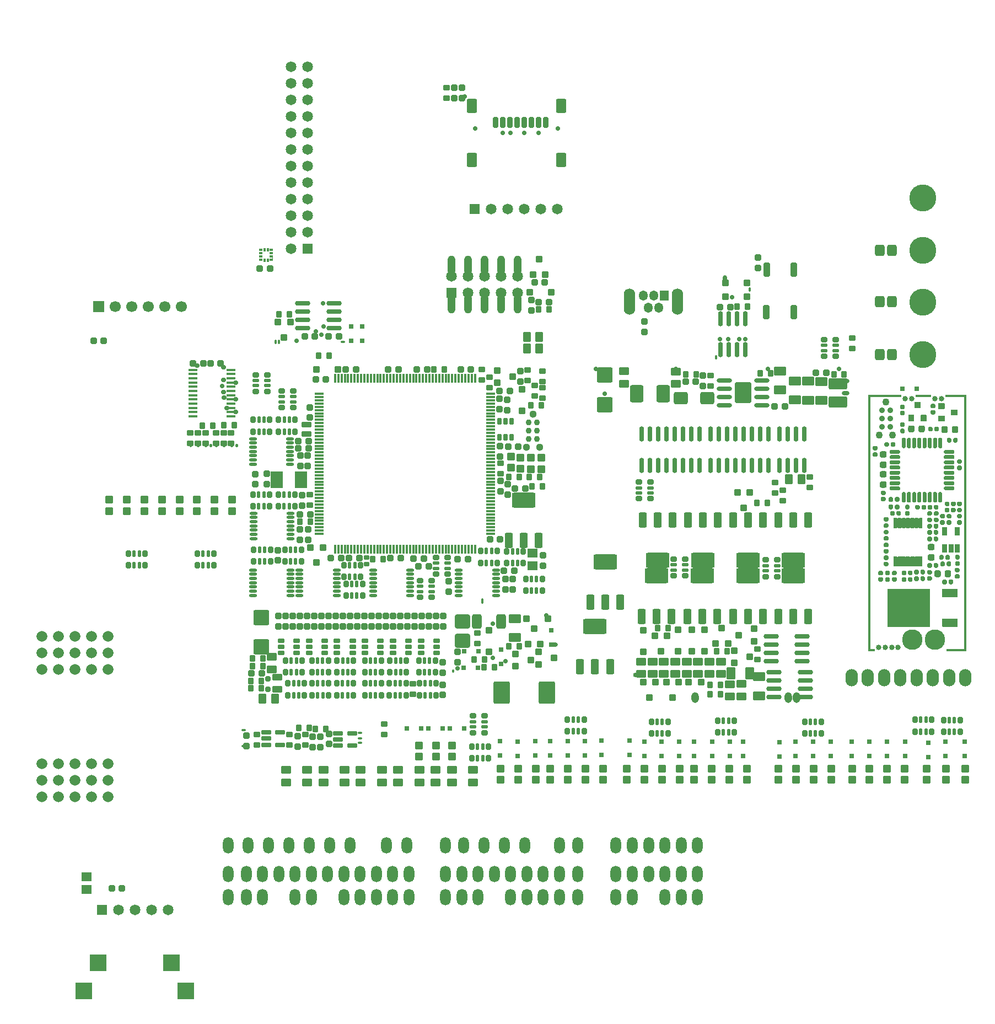
<source format=gts>
G75*
G70*
%OFA0B0*%
%FSLAX25Y25*%
%IPPOS*%
%LPD*%
%AMOC8*
5,1,8,0,0,1.08239X$1,22.5*
%
%AMM107*
21,1,0.111810,0.050390,0.000000,0.000000,0.000000*
21,1,0.093700,0.068500,0.000000,0.000000,0.000000*
1,1,0.018110,0.046850,-0.025200*
1,1,0.018110,-0.046850,-0.025200*
1,1,0.018110,-0.046850,0.025200*
1,1,0.018110,0.046850,0.025200*
%
%AMM108*
21,1,0.080320,0.083460,0.000000,0.000000,180.000000*
21,1,0.059840,0.103940,0.000000,0.000000,180.000000*
1,1,0.020470,-0.029920,0.041730*
1,1,0.020470,0.029920,0.041730*
1,1,0.020470,0.029920,-0.041730*
1,1,0.020470,-0.029920,-0.041730*
%
%AMM109*
21,1,0.127560,0.075590,0.000000,0.000000,270.000000*
21,1,0.103150,0.100000,0.000000,0.000000,270.000000*
1,1,0.024410,-0.037800,-0.051580*
1,1,0.024410,-0.037800,0.051580*
1,1,0.024410,0.037800,0.051580*
1,1,0.024410,0.037800,-0.051580*
%
%AMM110*
21,1,0.084250,0.053540,0.000000,0.000000,180.000000*
21,1,0.065350,0.072440,0.000000,0.000000,180.000000*
1,1,0.018900,-0.032680,0.026770*
1,1,0.018900,0.032680,0.026770*
1,1,0.018900,0.032680,-0.026770*
1,1,0.018900,-0.032680,-0.026770*
%
%AMM111*
21,1,0.076380,0.036220,0.000000,0.000000,180.000000*
21,1,0.061810,0.050790,0.000000,0.000000,180.000000*
1,1,0.014570,-0.030910,0.018110*
1,1,0.014570,0.030910,0.018110*
1,1,0.014570,0.030910,-0.018110*
1,1,0.014570,-0.030910,-0.018110*
%
%AMM112*
21,1,0.092130,0.073230,0.000000,0.000000,90.000000*
21,1,0.069290,0.096060,0.000000,0.000000,90.000000*
1,1,0.022840,0.036610,0.034650*
1,1,0.022840,0.036610,-0.034650*
1,1,0.022840,-0.036610,-0.034650*
1,1,0.022840,-0.036610,0.034650*
%
%AMM116*
21,1,0.084250,0.045670,0.000000,0.000000,270.000000*
21,1,0.067320,0.062600,0.000000,0.000000,270.000000*
1,1,0.016930,-0.022840,-0.033660*
1,1,0.016930,-0.022840,0.033660*
1,1,0.016930,0.022840,0.033660*
1,1,0.016930,0.022840,-0.033660*
%
%AMM117*
21,1,0.064570,0.020470,0.000000,0.000000,270.000000*
21,1,0.053940,0.031100,0.000000,0.000000,270.000000*
1,1,0.010630,-0.010240,-0.026970*
1,1,0.010630,-0.010240,0.026970*
1,1,0.010630,0.010240,0.026970*
1,1,0.010630,0.010240,-0.026970*
%
%AMM118*
21,1,0.038980,0.026770,0.000000,0.000000,90.000000*
21,1,0.026770,0.038980,0.000000,0.000000,90.000000*
1,1,0.012210,0.013390,0.013390*
1,1,0.012210,0.013390,-0.013390*
1,1,0.012210,-0.013390,-0.013390*
1,1,0.012210,-0.013390,0.013390*
%
%AMM125*
21,1,0.100000,0.111020,0.000000,0.000000,180.000000*
21,1,0.075590,0.135430,0.000000,0.000000,180.000000*
1,1,0.024410,-0.037800,0.055510*
1,1,0.024410,0.037800,0.055510*
1,1,0.024410,0.037800,-0.055510*
1,1,0.024410,-0.037800,-0.055510*
%
%AMM126*
21,1,0.041340,0.026770,0.000000,0.000000,0.000000*
21,1,0.029130,0.038980,0.000000,0.000000,0.000000*
1,1,0.012210,0.014570,-0.013390*
1,1,0.012210,-0.014570,-0.013390*
1,1,0.012210,-0.014570,0.013390*
1,1,0.012210,0.014570,0.013390*
%
%AMM127*
21,1,0.040950,0.030320,0.000000,0.000000,0.000000*
21,1,0.028350,0.042910,0.000000,0.000000,0.000000*
1,1,0.012600,0.014170,-0.015160*
1,1,0.012600,-0.014170,-0.015160*
1,1,0.012600,-0.014170,0.015160*
1,1,0.012600,0.014170,0.015160*
%
%AMM128*
21,1,0.084250,0.070870,0.000000,0.000000,270.000000*
21,1,0.062990,0.092130,0.000000,0.000000,270.000000*
1,1,0.021260,-0.035430,-0.031500*
1,1,0.021260,-0.035430,0.031500*
1,1,0.021260,0.035430,0.031500*
1,1,0.021260,0.035430,-0.031500*
%
%AMM129*
21,1,0.056690,0.068500,0.000000,0.000000,180.000000*
21,1,0.040950,0.084250,0.000000,0.000000,180.000000*
1,1,0.015750,-0.020470,0.034250*
1,1,0.015750,0.020470,0.034250*
1,1,0.015750,0.020470,-0.034250*
1,1,0.015750,-0.020470,-0.034250*
%
%AMM130*
21,1,0.041340,0.026770,0.000000,0.000000,90.000000*
21,1,0.029130,0.038980,0.000000,0.000000,90.000000*
1,1,0.012210,0.013390,0.014570*
1,1,0.012210,0.013390,-0.014570*
1,1,0.012210,-0.013390,-0.014570*
1,1,0.012210,-0.013390,0.014570*
%
%AMM132*
21,1,0.027170,0.052760,0.000000,0.000000,270.000000*
21,1,0.017320,0.062600,0.000000,0.000000,270.000000*
1,1,0.009840,-0.026380,-0.008660*
1,1,0.009840,-0.026380,0.008660*
1,1,0.009840,0.026380,0.008660*
1,1,0.009840,0.026380,-0.008660*
%
%AMM140*
21,1,0.076380,0.036220,0.000000,0.000000,270.000000*
21,1,0.061810,0.050790,0.000000,0.000000,270.000000*
1,1,0.014570,-0.018110,-0.030910*
1,1,0.014570,-0.018110,0.030910*
1,1,0.014570,0.018110,0.030910*
1,1,0.014570,0.018110,-0.030910*
%
%AMM141*
21,1,0.040950,0.030320,0.000000,0.000000,90.000000*
21,1,0.028350,0.042910,0.000000,0.000000,90.000000*
1,1,0.012600,0.015160,0.014170*
1,1,0.012600,0.015160,-0.014170*
1,1,0.012600,-0.015160,-0.014170*
1,1,0.012600,-0.015160,0.014170*
%
%AMM142*
21,1,0.048820,0.075980,0.000000,0.000000,180.000000*
21,1,0.034650,0.090160,0.000000,0.000000,180.000000*
1,1,0.014170,-0.017320,0.037990*
1,1,0.014170,0.017320,0.037990*
1,1,0.014170,0.017320,-0.037990*
1,1,0.014170,-0.017320,-0.037990*
%
%AMM143*
21,1,0.048820,0.075990,0.000000,0.000000,180.000000*
21,1,0.034650,0.090160,0.000000,0.000000,180.000000*
1,1,0.014170,-0.017320,0.037990*
1,1,0.014170,0.017320,0.037990*
1,1,0.014170,0.017320,-0.037990*
1,1,0.014170,-0.017320,-0.037990*
%
%AMM144*
21,1,0.143310,0.067720,0.000000,0.000000,180.000000*
21,1,0.120870,0.090160,0.000000,0.000000,180.000000*
1,1,0.022440,-0.060430,0.033860*
1,1,0.022440,0.060430,0.033860*
1,1,0.022440,0.060430,-0.033860*
1,1,0.022440,-0.060430,-0.033860*
%
%AMM145*
21,1,0.031100,0.026380,0.000000,0.000000,90.000000*
21,1,0.020470,0.037010,0.000000,0.000000,90.000000*
1,1,0.010630,0.013190,0.010240*
1,1,0.010630,0.013190,-0.010240*
1,1,0.010630,-0.013190,-0.010240*
1,1,0.010630,-0.013190,0.010240*
%
%AMM146*
21,1,0.023230,0.027950,0.000000,0.000000,90.000000*
21,1,0.014170,0.037010,0.000000,0.000000,90.000000*
1,1,0.009060,0.013980,0.007090*
1,1,0.009060,0.013980,-0.007090*
1,1,0.009060,-0.013980,-0.007090*
1,1,0.009060,-0.013980,0.007090*
%
%AMM45*
21,1,0.038980,0.026770,0.000000,0.000000,270.000000*
21,1,0.026770,0.038980,0.000000,0.000000,270.000000*
1,1,0.012210,-0.013390,-0.013390*
1,1,0.012210,-0.013390,0.013390*
1,1,0.012210,0.013390,0.013390*
1,1,0.012210,0.013390,-0.013390*
%
%AMM46*
21,1,0.048820,0.075980,0.000000,0.000000,0.000000*
21,1,0.034650,0.090160,0.000000,0.000000,0.000000*
1,1,0.014170,0.017320,-0.037990*
1,1,0.014170,-0.017320,-0.037990*
1,1,0.014170,-0.017320,0.037990*
1,1,0.014170,0.017320,0.037990*
%
%AMM47*
21,1,0.048820,0.075990,0.000000,0.000000,0.000000*
21,1,0.034650,0.090160,0.000000,0.000000,0.000000*
1,1,0.014170,0.017320,-0.037990*
1,1,0.014170,-0.017320,-0.037990*
1,1,0.014170,-0.017320,0.037990*
1,1,0.014170,0.017320,0.037990*
%
%AMM48*
21,1,0.143310,0.067720,0.000000,0.000000,0.000000*
21,1,0.120870,0.090160,0.000000,0.000000,0.000000*
1,1,0.022440,0.060430,-0.033860*
1,1,0.022440,-0.060430,-0.033860*
1,1,0.022440,-0.060430,0.033860*
1,1,0.022440,0.060430,0.033860*
%
%AMM49*
21,1,0.031100,0.026380,0.000000,0.000000,0.000000*
21,1,0.020470,0.037010,0.000000,0.000000,0.000000*
1,1,0.010630,0.010240,-0.013190*
1,1,0.010630,-0.010240,-0.013190*
1,1,0.010630,-0.010240,0.013190*
1,1,0.010630,0.010240,0.013190*
%
%AMM50*
21,1,0.023230,0.027950,0.000000,0.000000,0.000000*
21,1,0.014170,0.037010,0.000000,0.000000,0.000000*
1,1,0.009060,0.007090,-0.013980*
1,1,0.009060,-0.007090,-0.013980*
1,1,0.009060,-0.007090,0.013980*
1,1,0.009060,0.007090,0.013980*
%
%AMM51*
21,1,0.029130,0.018900,0.000000,0.000000,270.000000*
21,1,0.018900,0.029130,0.000000,0.000000,270.000000*
1,1,0.010240,-0.009450,-0.009450*
1,1,0.010240,-0.009450,0.009450*
1,1,0.010240,0.009450,0.009450*
1,1,0.010240,0.009450,-0.009450*
%
%AMM52*
21,1,0.044880,0.049210,0.000000,0.000000,0.000000*
21,1,0.031500,0.062600,0.000000,0.000000,0.000000*
1,1,0.013390,0.015750,-0.024610*
1,1,0.013390,-0.015750,-0.024610*
1,1,0.013390,-0.015750,0.024610*
1,1,0.013390,0.015750,0.024610*
%
%AMM53*
21,1,0.044880,0.035430,0.000000,0.000000,270.000000*
21,1,0.031500,0.048820,0.000000,0.000000,270.000000*
1,1,0.013390,-0.017720,-0.015750*
1,1,0.013390,-0.017720,0.015750*
1,1,0.013390,0.017720,0.015750*
1,1,0.013390,0.017720,-0.015750*
%
%AMM54*
21,1,0.029130,0.018900,0.000000,0.000000,180.000000*
21,1,0.018900,0.029130,0.000000,0.000000,180.000000*
1,1,0.010240,-0.009450,0.009450*
1,1,0.010240,0.009450,0.009450*
1,1,0.010240,0.009450,-0.009450*
1,1,0.010240,-0.009450,-0.009450*
%
%AMM55*
21,1,0.033070,0.030710,0.000000,0.000000,180.000000*
21,1,0.022050,0.041730,0.000000,0.000000,180.000000*
1,1,0.011020,-0.011020,0.015350*
1,1,0.011020,0.011020,0.015350*
1,1,0.011020,0.011020,-0.015350*
1,1,0.011020,-0.011020,-0.015350*
%
%AMM56*
21,1,0.015350,0.017720,0.000000,0.000000,180.000000*
21,1,0.000000,0.033070,0.000000,0.000000,180.000000*
1,1,0.015350,0.000000,0.008860*
1,1,0.015350,0.000000,0.008860*
1,1,0.015350,0.000000,-0.008860*
1,1,0.015350,0.000000,-0.008860*
%
%AMM57*
21,1,0.038980,0.026770,0.000000,0.000000,0.000000*
21,1,0.026770,0.038980,0.000000,0.000000,0.000000*
1,1,0.012210,0.013390,-0.013390*
1,1,0.012210,-0.013390,-0.013390*
1,1,0.012210,-0.013390,0.013390*
1,1,0.012210,0.013390,0.013390*
%
%AMM58*
21,1,0.033070,0.030710,0.000000,0.000000,270.000000*
21,1,0.022050,0.041730,0.000000,0.000000,270.000000*
1,1,0.011020,-0.015350,-0.011020*
1,1,0.011020,-0.015350,0.011020*
1,1,0.011020,0.015350,0.011020*
1,1,0.011020,0.015350,-0.011020*
%
%AMM59*
21,1,0.037010,0.072440,0.000000,0.000000,0.000000*
21,1,0.025200,0.084250,0.000000,0.000000,0.000000*
1,1,0.011810,0.012600,-0.036220*
1,1,0.011810,-0.012600,-0.036220*
1,1,0.011810,-0.012600,0.036220*
1,1,0.011810,0.012600,0.036220*
%
%AMM60*
21,1,0.056690,0.048820,0.000000,0.000000,0.000000*
21,1,0.040950,0.064570,0.000000,0.000000,0.000000*
1,1,0.015750,0.020470,-0.024410*
1,1,0.015750,-0.020470,-0.024410*
1,1,0.015750,-0.020470,0.024410*
1,1,0.015750,0.020470,0.024410*
%
%AMM61*
21,1,0.044880,0.049210,0.000000,0.000000,90.000000*
21,1,0.031500,0.062600,0.000000,0.000000,90.000000*
1,1,0.013390,0.024610,0.015750*
1,1,0.013390,0.024610,-0.015750*
1,1,0.013390,-0.024610,-0.015750*
1,1,0.013390,-0.024610,0.015750*
%
%AMM62*
21,1,0.031100,0.026380,0.000000,0.000000,270.000000*
21,1,0.020470,0.037010,0.000000,0.000000,270.000000*
1,1,0.010630,-0.013190,-0.010240*
1,1,0.010630,-0.013190,0.010240*
1,1,0.010630,0.013190,0.010240*
1,1,0.010630,0.013190,-0.010240*
%
%AMM63*
21,1,0.023230,0.027950,0.000000,0.000000,270.000000*
21,1,0.014170,0.037010,0.000000,0.000000,270.000000*
1,1,0.009060,-0.013980,-0.007090*
1,1,0.009060,-0.013980,0.007090*
1,1,0.009060,0.013980,0.007090*
1,1,0.009060,0.013980,-0.007090*
%
%AMM78*
21,1,0.040950,0.050000,0.000000,0.000000,270.000000*
21,1,0.028350,0.062600,0.000000,0.000000,270.000000*
1,1,0.012600,-0.025000,-0.014170*
1,1,0.012600,-0.025000,0.014170*
1,1,0.012600,0.025000,0.014170*
1,1,0.012600,0.025000,-0.014170*
%
%AMM79*
21,1,0.092130,0.073230,0.000000,0.000000,270.000000*
21,1,0.069290,0.096060,0.000000,0.000000,270.000000*
1,1,0.022840,-0.036610,-0.034650*
1,1,0.022840,-0.036610,0.034650*
1,1,0.022840,0.036610,0.034650*
1,1,0.022840,0.036610,-0.034650*
%
%AMM80*
21,1,0.033070,0.030710,0.000000,0.000000,90.000000*
21,1,0.022050,0.041730,0.000000,0.000000,90.000000*
1,1,0.011020,0.015350,0.011020*
1,1,0.011020,0.015350,-0.011020*
1,1,0.011020,-0.015350,-0.011020*
1,1,0.011020,-0.015350,0.011020*
%
%AMM81*
21,1,0.044880,0.049210,0.000000,0.000000,180.000000*
21,1,0.031500,0.062600,0.000000,0.000000,180.000000*
1,1,0.013390,-0.015750,0.024610*
1,1,0.013390,0.015750,0.024610*
1,1,0.013390,0.015750,-0.024610*
1,1,0.013390,-0.015750,-0.024610*
%
%AMM82*
21,1,0.029130,0.030710,0.000000,0.000000,90.000000*
21,1,0.018900,0.040950,0.000000,0.000000,90.000000*
1,1,0.010240,0.015350,0.009450*
1,1,0.010240,0.015350,-0.009450*
1,1,0.010240,-0.015350,-0.009450*
1,1,0.010240,-0.015350,0.009450*
%
%AMM83*
21,1,0.033070,0.030710,0.000000,0.000000,0.000000*
21,1,0.022050,0.041730,0.000000,0.000000,0.000000*
1,1,0.011020,0.011020,-0.015350*
1,1,0.011020,-0.011020,-0.015350*
1,1,0.011020,-0.011020,0.015350*
1,1,0.011020,0.011020,0.015350*
%
%AMM84*
21,1,0.038980,0.026770,0.000000,0.000000,180.000000*
21,1,0.026770,0.038980,0.000000,0.000000,180.000000*
1,1,0.012210,-0.013390,0.013390*
1,1,0.012210,0.013390,0.013390*
1,1,0.012210,0.013390,-0.013390*
1,1,0.012210,-0.013390,-0.013390*
%
%AMM92*
21,1,0.033070,0.018900,0.000000,0.000000,180.000000*
21,1,0.022840,0.029130,0.000000,0.000000,180.000000*
1,1,0.010240,-0.011420,0.009450*
1,1,0.010240,0.011420,0.009450*
1,1,0.010240,0.011420,-0.009450*
1,1,0.010240,-0.011420,-0.009450*
%
%AMM93*
21,1,0.040950,0.030320,0.000000,0.000000,270.000000*
21,1,0.028350,0.042910,0.000000,0.000000,270.000000*
1,1,0.012600,-0.015160,-0.014170*
1,1,0.012600,-0.015160,0.014170*
1,1,0.012600,0.015160,0.014170*
1,1,0.012600,0.015160,-0.014170*
%
%AMM94*
21,1,0.029130,0.030710,0.000000,0.000000,180.000000*
21,1,0.018900,0.040950,0.000000,0.000000,180.000000*
1,1,0.010240,-0.009450,0.015350*
1,1,0.010240,0.009450,0.015350*
1,1,0.010240,0.009450,-0.015350*
1,1,0.010240,-0.009450,-0.015350*
%
%AMM95*
21,1,0.041340,0.026770,0.000000,0.000000,270.000000*
21,1,0.029130,0.038980,0.000000,0.000000,270.000000*
1,1,0.012210,-0.013390,-0.014570*
1,1,0.012210,-0.013390,0.014570*
1,1,0.012210,0.013390,0.014570*
1,1,0.012210,0.013390,-0.014570*
%
%AMM96*
21,1,0.040950,0.030320,0.000000,0.000000,180.000000*
21,1,0.028350,0.042910,0.000000,0.000000,180.000000*
1,1,0.012600,-0.014170,0.015160*
1,1,0.012600,0.014170,0.015160*
1,1,0.012600,0.014170,-0.015160*
1,1,0.012600,-0.014170,-0.015160*
%
%AMM97*
21,1,0.033070,0.049610,0.000000,0.000000,270.000000*
21,1,0.022050,0.060630,0.000000,0.000000,270.000000*
1,1,0.011020,-0.024800,-0.011020*
1,1,0.011020,-0.024800,0.011020*
1,1,0.011020,0.024800,0.011020*
1,1,0.011020,0.024800,-0.011020*
%
%AMM98*
21,1,0.041340,0.026770,0.000000,0.000000,180.000000*
21,1,0.029130,0.038980,0.000000,0.000000,180.000000*
1,1,0.012210,-0.014570,0.013390*
1,1,0.012210,0.014570,0.013390*
1,1,0.012210,0.014570,-0.013390*
1,1,0.012210,-0.014570,-0.013390*
%
%ADD10M54*%
%ADD103O,0.01339X0.03307*%
%ADD104M125*%
%ADD107M95*%
%ADD108M117*%
%ADD109M48*%
%ADD110M92*%
%ADD113O,0.01417X0.05669*%
%ADD115C,0.03651*%
%ADD116C,0.04451*%
%ADD118M62*%
%ADD12M81*%
%ADD125M45*%
%ADD128M52*%
%ADD136R,0.12756X0.01535*%
%ADD137O,0.04567X0.11772*%
%ADD139M82*%
%ADD144M107*%
%ADD149R,0.10394X0.10394*%
%ADD151O,0.01535X0.02520*%
%ADD155M128*%
%ADD156M130*%
%ADD16M61*%
%ADD160R,0.04291X0.01535*%
%ADD164R,0.06457X0.06457*%
%ADD169M78*%
%ADD17M111*%
%ADD170O,0.03701X0.02913*%
%ADD173M146*%
%ADD179M98*%
%ADD18M55*%
%ADD180M141*%
%ADD181O,0.02913X0.09213*%
%ADD186M58*%
%ADD191M127*%
%ADD197O,0.05276X0.06063*%
%ADD198C,0.04286*%
%ADD202M63*%
%ADD206M50*%
%ADD209C,0.00551*%
%ADD214M110*%
%ADD215O,0.09213X0.02913*%
%ADD216M83*%
%ADD225M84*%
%ADD226C,0.03701*%
%ADD23M112*%
%ADD230M132*%
%ADD235M143*%
%ADD236O,0.05669X0.01417*%
%ADD239M46*%
%ADD243O,0.06850X0.15906*%
%ADD245M140*%
%ADD249R,0.07244X0.10000*%
%ADD251M144*%
%ADD252R,0.20433X0.01535*%
%ADD253O,0.04488X0.02520*%
%ADD258O,0.05512X0.01535*%
%ADD263M79*%
%ADD265M96*%
%ADD270M53*%
%ADD271M126*%
%ADD276O,0.06457X0.10000*%
%ADD283O,0.09213X0.02520*%
%ADD284O,0.02520X0.01535*%
%ADD289M59*%
%ADD291M145*%
%ADD292M56*%
%ADD293R,0.12165X0.01535*%
%ADD303O,0.07441X0.10394*%
%ADD306C,0.03486*%
%ADD31M108*%
%ADD311M109*%
%ADD312M51*%
%ADD315M60*%
%ADD317M118*%
%ADD322M116*%
%ADD323C,0.12362*%
%ADD330M47*%
%ADD335R,0.06457X0.05669*%
%ADD336M57*%
%ADD337R,0.09409X0.01535*%
%ADD35C,0.16299*%
%ADD36M142*%
%ADD38O,0.02520X0.04488*%
%ADD41M94*%
%ADD44M93*%
%ADD45C,0.06693*%
%ADD53O,0.01339X0.02520*%
%ADD54R,0.06693X0.06693*%
%ADD55M80*%
%ADD60R,0.01535X1.55079*%
%ADD61O,0.01339X0.02126*%
%ADD65O,0.04882X0.01732*%
%ADD71M49*%
%ADD74M129*%
%ADD75R,0.01535X0.01929*%
%ADD77C,0.06551*%
%ADD83R,0.01929X0.01535*%
%ADD84C,0.06457*%
%ADD86R,0.05276X0.06063*%
%ADD89O,0.04488X0.06457*%
%ADD93M97*%
%ADD96C,0.03307*%
%ADD98C,0.02913*%
X0000000Y0000000D02*
G01*
G75*
G36*
X0169961Y0463695D02*
X0169819Y0463695D01*
X0169819Y0466398D01*
X0169961Y0466398D01*
X0169961Y0463695D01*
D02*
G37*
G36*
X0169961Y0467025D02*
X0169722Y0467025D01*
X0169722Y0468366D01*
X0169961Y0468366D01*
X0169961Y0467025D01*
D02*
G37*
G36*
X0169961Y0470329D02*
X0169772Y0470329D01*
X0169772Y0470335D01*
X0169961Y0470335D01*
X0169961Y0470329D01*
D02*
G37*
D125*
X0394882Y0420118D02*
D03*
X0394882Y0426339D02*
D03*
X0463484Y0458701D02*
D03*
X0463484Y0464921D02*
D03*
D239*
X0362008Y0256594D02*
D03*
X0380118Y0256594D02*
D03*
X0355807Y0217618D02*
D03*
X0373917Y0217618D02*
D03*
D330*
X0371063Y0256594D02*
D03*
X0364862Y0217618D02*
D03*
D109*
X0371063Y0281004D02*
D03*
X0364862Y0242028D02*
D03*
D71*
X0491634Y0177362D02*
D03*
X0491634Y0184449D02*
D03*
X0501673Y0184449D02*
D03*
X0501673Y0177362D02*
D03*
X0092714Y0286164D02*
D03*
X0092714Y0279078D02*
D03*
X0082675Y0279078D02*
D03*
X0082675Y0286164D02*
D03*
X0124407Y0286164D02*
D03*
X0124407Y0279078D02*
D03*
X0134447Y0279078D02*
D03*
X0134447Y0286164D02*
D03*
X0408957Y0177264D02*
D03*
X0408957Y0184350D02*
D03*
X0398917Y0184350D02*
D03*
X0398917Y0177264D02*
D03*
X0449114Y0177953D02*
D03*
X0449114Y0185039D02*
D03*
X0439075Y0185039D02*
D03*
X0439075Y0177953D02*
D03*
X0358268Y0178740D02*
D03*
X0358268Y0185827D02*
D03*
X0348228Y0185827D02*
D03*
X0348228Y0178740D02*
D03*
X0568504Y0178543D02*
D03*
X0568504Y0185630D02*
D03*
X0558465Y0185630D02*
D03*
X0558465Y0178543D02*
D03*
X0575591Y0178347D02*
D03*
X0575591Y0185433D02*
D03*
X0585630Y0185433D02*
D03*
X0585630Y0178347D02*
D03*
X0300394Y0169488D02*
D03*
X0300394Y0162402D02*
D03*
X0290354Y0162402D02*
D03*
X0290354Y0169488D02*
D03*
D206*
X0495079Y0177362D02*
D03*
X0498228Y0177362D02*
D03*
X0498228Y0184449D02*
D03*
X0495079Y0184449D02*
D03*
X0089269Y0286164D02*
D03*
X0086120Y0286164D02*
D03*
X0086120Y0279078D02*
D03*
X0089269Y0279078D02*
D03*
X0131002Y0279078D02*
D03*
X0127852Y0279078D02*
D03*
X0127852Y0286164D02*
D03*
X0131002Y0286164D02*
D03*
X0402362Y0184350D02*
D03*
X0405512Y0184350D02*
D03*
X0405512Y0177264D02*
D03*
X0402362Y0177264D02*
D03*
X0442520Y0185039D02*
D03*
X0445669Y0185039D02*
D03*
X0445669Y0177953D02*
D03*
X0442520Y0177953D02*
D03*
X0351673Y0185827D02*
D03*
X0354823Y0185827D02*
D03*
X0354823Y0178740D02*
D03*
X0351673Y0178740D02*
D03*
X0561909Y0185630D02*
D03*
X0565059Y0185630D02*
D03*
X0565059Y0178543D02*
D03*
X0561909Y0178543D02*
D03*
X0579035Y0178347D02*
D03*
X0582185Y0178347D02*
D03*
X0582185Y0185433D02*
D03*
X0579035Y0185433D02*
D03*
X0296949Y0169488D02*
D03*
X0293799Y0169488D02*
D03*
X0293799Y0162402D02*
D03*
X0296949Y0162402D02*
D03*
D312*
X0550787Y0385827D02*
D03*
X0559449Y0385827D02*
D03*
X0285827Y0180216D02*
D03*
X0277165Y0180216D02*
D03*
X0259842Y0180216D02*
D03*
X0251181Y0180216D02*
D03*
X0272835Y0180216D02*
D03*
X0264173Y0180216D02*
D03*
D128*
X0331201Y0416929D02*
D03*
X0323721Y0416929D02*
D03*
X0331201Y0410138D02*
D03*
X0323721Y0410138D02*
D03*
D270*
X0588583Y0155905D02*
D03*
X0588583Y0149213D02*
D03*
X0278543Y0163386D02*
D03*
X0278543Y0170079D02*
D03*
X0071061Y0311854D02*
D03*
X0071061Y0318546D02*
D03*
X0081691Y0311854D02*
D03*
X0081691Y0318546D02*
D03*
X0092321Y0311854D02*
D03*
X0092321Y0318546D02*
D03*
X0102950Y0311854D02*
D03*
X0102950Y0318546D02*
D03*
X0113580Y0311854D02*
D03*
X0113580Y0318546D02*
D03*
X0124210Y0311854D02*
D03*
X0124210Y0318546D02*
D03*
X0134840Y0311854D02*
D03*
X0134840Y0318546D02*
D03*
X0145470Y0311854D02*
D03*
X0145470Y0318546D02*
D03*
X0415945Y0149213D02*
D03*
X0415945Y0155905D02*
D03*
X0405315Y0149213D02*
D03*
X0405315Y0155905D02*
D03*
X0394685Y0149213D02*
D03*
X0394685Y0155905D02*
D03*
X0384055Y0149213D02*
D03*
X0384055Y0155905D02*
D03*
X0348327Y0149213D02*
D03*
X0348327Y0155905D02*
D03*
X0424803Y0149213D02*
D03*
X0424803Y0155905D02*
D03*
X0358957Y0149213D02*
D03*
X0358957Y0155905D02*
D03*
X0435433Y0149213D02*
D03*
X0435433Y0155905D02*
D03*
X0456693Y0149213D02*
D03*
X0456693Y0155905D02*
D03*
X0446063Y0149213D02*
D03*
X0446063Y0155905D02*
D03*
X0337697Y0149213D02*
D03*
X0337697Y0155905D02*
D03*
X0369587Y0149213D02*
D03*
X0369587Y0155905D02*
D03*
X0552165Y0155905D02*
D03*
X0552165Y0149213D02*
D03*
X0541536Y0155905D02*
D03*
X0541536Y0149213D02*
D03*
X0530906Y0155905D02*
D03*
X0530906Y0149213D02*
D03*
X0520276Y0155905D02*
D03*
X0520276Y0149213D02*
D03*
X0475787Y0155905D02*
D03*
X0475787Y0149213D02*
D03*
X0486417Y0155905D02*
D03*
X0486417Y0149213D02*
D03*
X0497047Y0155905D02*
D03*
X0497047Y0149213D02*
D03*
X0507677Y0155905D02*
D03*
X0507677Y0149213D02*
D03*
X0565551Y0155905D02*
D03*
X0565551Y0149213D02*
D03*
X0307677Y0155905D02*
D03*
X0307677Y0149213D02*
D03*
X0576958Y0155905D02*
D03*
X0576958Y0149213D02*
D03*
X0318307Y0155905D02*
D03*
X0318307Y0149213D02*
D03*
X0328937Y0155905D02*
D03*
X0328937Y0149213D02*
D03*
X0258465Y0163386D02*
D03*
X0258465Y0170079D02*
D03*
X0268701Y0163386D02*
D03*
X0268701Y0170079D02*
D03*
D10*
X0217421Y0414862D02*
D03*
X0217421Y0423524D02*
D03*
X0224016Y0414862D02*
D03*
X0224016Y0423524D02*
D03*
X0454528Y0172441D02*
D03*
X0454528Y0163779D02*
D03*
X0348524Y0172835D02*
D03*
X0348524Y0164173D02*
D03*
X0435630Y0172441D02*
D03*
X0435630Y0163779D02*
D03*
X0405118Y0172441D02*
D03*
X0405118Y0163779D02*
D03*
X0415748Y0172441D02*
D03*
X0415748Y0163779D02*
D03*
X0394882Y0172441D02*
D03*
X0394882Y0163779D02*
D03*
X0424606Y0172441D02*
D03*
X0424606Y0163779D02*
D03*
X0368701Y0172933D02*
D03*
X0368701Y0164272D02*
D03*
X0358760Y0172835D02*
D03*
X0358760Y0164173D02*
D03*
X0337894Y0172835D02*
D03*
X0337894Y0164173D02*
D03*
X0385827Y0172933D02*
D03*
X0385827Y0164272D02*
D03*
X0446260Y0172441D02*
D03*
X0446260Y0163779D02*
D03*
X0552362Y0163779D02*
D03*
X0552362Y0172441D02*
D03*
X0541339Y0163779D02*
D03*
X0541339Y0172441D02*
D03*
X0530709Y0163779D02*
D03*
X0530709Y0172441D02*
D03*
X0520079Y0163779D02*
D03*
X0520079Y0172441D02*
D03*
X0476378Y0163386D02*
D03*
X0476378Y0172047D02*
D03*
X0486221Y0163779D02*
D03*
X0486221Y0172441D02*
D03*
X0496850Y0163779D02*
D03*
X0496850Y0172441D02*
D03*
X0507480Y0163779D02*
D03*
X0507480Y0172441D02*
D03*
X0566437Y0162992D02*
D03*
X0566437Y0171653D02*
D03*
X0307480Y0164173D02*
D03*
X0307480Y0172835D02*
D03*
X0576772Y0163779D02*
D03*
X0576772Y0172441D02*
D03*
X0318110Y0163779D02*
D03*
X0318110Y0172441D02*
D03*
X0588386Y0163779D02*
D03*
X0588386Y0172441D02*
D03*
X0328740Y0163976D02*
D03*
X0328740Y0172638D02*
D03*
D18*
X0204134Y0405709D02*
D03*
X0197835Y0405709D02*
D03*
D160*
X0531988Y0227756D02*
D03*
D60*
X0530610Y0304528D02*
D03*
X0588681Y0304528D02*
D03*
D337*
X0563484Y0381299D02*
D03*
D136*
X0583071Y0381299D02*
D03*
D252*
X0540059Y0381299D02*
D03*
D293*
X0583366Y0227756D02*
D03*
D323*
X0570472Y0234154D02*
D03*
X0556693Y0234154D02*
D03*
D292*
X0296870Y0257283D02*
D03*
D253*
X0340158Y0231102D02*
D03*
X0516417Y0382973D02*
D03*
X0516417Y0390453D02*
D03*
D53*
X0279035Y0215158D02*
D03*
D335*
X0057382Y0090650D02*
D03*
X0057382Y0083169D02*
D03*
D336*
X0078799Y0083563D02*
D03*
X0072579Y0083563D02*
D03*
X0168268Y0458465D02*
D03*
X0162047Y0458465D02*
D03*
X0061654Y0414764D02*
D03*
X0067874Y0414764D02*
D03*
D284*
X0212480Y0413996D02*
D03*
X0152559Y0179232D02*
D03*
X0152559Y0169783D02*
D03*
X0222736Y0177756D02*
D03*
X0222736Y0174311D02*
D03*
X0222736Y0171555D02*
D03*
D151*
X0171732Y0414193D02*
D03*
X0173701Y0414193D02*
D03*
D38*
X0443504Y0451968D02*
D03*
D103*
X0458347Y0445571D02*
D03*
D151*
X0437972Y0404626D02*
D03*
D89*
X0425301Y0198971D02*
D03*
X0481896Y0198971D02*
D03*
X0486840Y0198971D02*
D03*
D170*
X0389652Y0212736D02*
D03*
D186*
X0520571Y0416240D02*
D03*
X0520571Y0409941D02*
D03*
X0237402Y0176772D02*
D03*
X0237402Y0183071D02*
D03*
D83*
X0162795Y0467618D02*
D03*
X0162795Y0465650D02*
D03*
X0162795Y0469587D02*
D03*
X0162795Y0463681D02*
D03*
X0169095Y0469587D02*
D03*
X0169095Y0467618D02*
D03*
X0169095Y0465650D02*
D03*
X0169095Y0463681D02*
D03*
D75*
X0164961Y0469783D02*
D03*
X0166929Y0469783D02*
D03*
X0166929Y0463484D02*
D03*
X0164961Y0463484D02*
D03*
D61*
X0132776Y0351379D02*
D03*
X0136083Y0351379D02*
D03*
X0129823Y0351379D02*
D03*
X0140709Y0351379D02*
D03*
X0145334Y0351379D02*
D03*
X0148327Y0351379D02*
D03*
X0125197Y0351379D02*
D03*
X0120571Y0351379D02*
D03*
D289*
X0485236Y0457579D02*
D03*
X0468701Y0457579D02*
D03*
X0485039Y0431988D02*
D03*
X0468504Y0431988D02*
D03*
D315*
X0544488Y0469488D02*
D03*
X0537008Y0469488D02*
D03*
X0537008Y0406398D02*
D03*
X0544488Y0406398D02*
D03*
X0544488Y0438268D02*
D03*
X0537008Y0438268D02*
D03*
D35*
X0563189Y0500984D02*
D03*
X0563189Y0406496D02*
D03*
X0563189Y0437992D02*
D03*
X0563189Y0469488D02*
D03*
D16*
X0258661Y0155315D02*
D03*
X0258661Y0147835D02*
D03*
X0190748Y0155315D02*
D03*
X0190748Y0147835D02*
D03*
X0200591Y0155315D02*
D03*
X0200591Y0147835D02*
D03*
X0291142Y0147835D02*
D03*
X0291142Y0155315D02*
D03*
X0245866Y0147835D02*
D03*
X0245866Y0155315D02*
D03*
X0236024Y0147835D02*
D03*
X0236024Y0155315D02*
D03*
X0223228Y0147835D02*
D03*
X0223228Y0155315D02*
D03*
X0213386Y0147835D02*
D03*
X0213386Y0155315D02*
D03*
X0177953Y0147835D02*
D03*
X0177953Y0155315D02*
D03*
X0278346Y0155315D02*
D03*
X0278346Y0147835D02*
D03*
X0268504Y0155315D02*
D03*
X0268504Y0147835D02*
D03*
D118*
X0290945Y0187894D02*
D03*
X0298031Y0187894D02*
D03*
X0298031Y0177854D02*
D03*
X0290945Y0177854D02*
D03*
X0510433Y0415453D02*
D03*
X0503346Y0415453D02*
D03*
X0503346Y0405413D02*
D03*
X0510433Y0405413D02*
D03*
D202*
X0290945Y0184449D02*
D03*
X0290945Y0181299D02*
D03*
X0298031Y0181299D02*
D03*
X0298031Y0184449D02*
D03*
X0503346Y0408858D02*
D03*
X0503346Y0412008D02*
D03*
X0510433Y0412008D02*
D03*
X0510433Y0408858D02*
D03*
D243*
X0385881Y0438385D02*
D03*
X0414818Y0438385D02*
D03*
D197*
X0397200Y0434645D02*
D03*
X0403499Y0434645D02*
D03*
X0394050Y0442125D02*
D03*
X0400350Y0442125D02*
D03*
D86*
X0406649Y0442125D02*
D03*
D149*
X0108858Y0038878D02*
D03*
X0064370Y0038878D02*
D03*
X0117323Y0021654D02*
D03*
X0055905Y0021654D02*
D03*
D84*
X0106614Y0070866D02*
D03*
X0096614Y0070866D02*
D03*
X0086614Y0070866D02*
D03*
X0076614Y0070866D02*
D03*
X0342126Y0494488D02*
D03*
X0332126Y0494488D02*
D03*
X0322126Y0494488D02*
D03*
X0312126Y0494488D02*
D03*
X0302126Y0494488D02*
D03*
X0181142Y0580472D02*
D03*
X0191142Y0580472D02*
D03*
X0181142Y0570472D02*
D03*
X0191142Y0570472D02*
D03*
X0181142Y0560472D02*
D03*
X0191142Y0560472D02*
D03*
X0181142Y0550472D02*
D03*
X0191142Y0550472D02*
D03*
X0181142Y0540472D02*
D03*
X0191142Y0540472D02*
D03*
X0181142Y0530472D02*
D03*
X0191142Y0530472D02*
D03*
X0181142Y0520472D02*
D03*
X0191142Y0520472D02*
D03*
X0181142Y0510472D02*
D03*
X0191142Y0510472D02*
D03*
X0181142Y0500472D02*
D03*
X0191142Y0500472D02*
D03*
X0181142Y0490472D02*
D03*
X0191142Y0490472D02*
D03*
X0181142Y0480472D02*
D03*
X0191142Y0480472D02*
D03*
X0181142Y0470472D02*
D03*
D164*
X0066614Y0070866D02*
D03*
X0292126Y0494488D02*
D03*
D303*
X0529823Y0211122D02*
D03*
X0569193Y0211122D02*
D03*
X0588878Y0211122D02*
D03*
X0579035Y0211122D02*
D03*
X0559350Y0211122D02*
D03*
X0549508Y0211122D02*
D03*
X0539665Y0211122D02*
D03*
X0519980Y0211122D02*
D03*
D96*
X0552559Y0379823D02*
D03*
X0556496Y0379823D02*
D03*
X0570472Y0379823D02*
D03*
X0574409Y0379823D02*
D03*
X0548228Y0229232D02*
D03*
X0544291Y0229232D02*
D03*
X0540354Y0229232D02*
D03*
X0536417Y0229232D02*
D03*
D98*
X0303219Y0223002D02*
D03*
X0335531Y0248819D02*
D03*
X0310630Y0221063D02*
D03*
X0281693Y0216634D02*
D03*
X0303150Y0243602D02*
D03*
X0286122Y0562225D02*
D03*
X0313583Y0540276D02*
D03*
X0330906Y0540276D02*
D03*
X0322146Y0540276D02*
D03*
X0292323Y0542914D02*
D03*
X0308957Y0540276D02*
D03*
X0342339Y0542949D02*
D03*
X0200374Y0437323D02*
D03*
X0200669Y0423347D02*
D03*
X0199488Y0418327D02*
D03*
X0196043Y0420394D02*
D03*
X0447756Y0441043D02*
D03*
X0445571Y0415748D02*
D03*
X0440551Y0415748D02*
D03*
X0455610Y0415748D02*
D03*
X0452067Y0415748D02*
D03*
X0365302Y0397638D02*
D03*
X0413583Y0397638D02*
D03*
X0370768Y0382677D02*
D03*
X0512402Y0397638D02*
D03*
X0469488Y0397638D02*
D03*
X0140413Y0391142D02*
D03*
X0147638Y0389468D02*
D03*
X0139567Y0387303D02*
D03*
X0140413Y0383858D02*
D03*
X0147638Y0379232D02*
D03*
X0140709Y0380512D02*
D03*
X0142480Y0374114D02*
D03*
X0147638Y0371555D02*
D03*
X0140354Y0398622D02*
D03*
X0124311Y0399803D02*
D03*
D77*
X0030315Y0139016D02*
D03*
X0040315Y0139016D02*
D03*
X0050315Y0139016D02*
D03*
X0060315Y0139016D02*
D03*
X0070315Y0139016D02*
D03*
X0030315Y0149016D02*
D03*
X0070315Y0149016D02*
D03*
X0060315Y0149016D02*
D03*
X0050315Y0149016D02*
D03*
X0040315Y0149016D02*
D03*
X0040315Y0159016D02*
D03*
X0050315Y0159016D02*
D03*
X0060315Y0159016D02*
D03*
X0070315Y0159016D02*
D03*
X0030315Y0159016D02*
D03*
X0030315Y0215945D02*
D03*
X0040315Y0215945D02*
D03*
X0050315Y0215945D02*
D03*
X0060315Y0215945D02*
D03*
X0070315Y0215945D02*
D03*
X0030315Y0225945D02*
D03*
X0070315Y0225945D02*
D03*
X0060315Y0225945D02*
D03*
X0050315Y0225945D02*
D03*
X0040315Y0225945D02*
D03*
X0040315Y0235945D02*
D03*
X0050315Y0235945D02*
D03*
X0060315Y0235945D02*
D03*
X0070315Y0235945D02*
D03*
X0030315Y0235945D02*
D03*
D209*
X0460630Y0027559D02*
D03*
X0086614Y0027559D02*
D03*
X0173622Y0056890D02*
D03*
X0397244Y0056890D02*
D03*
X0135256Y0484803D02*
D03*
X0044272Y0484803D02*
D03*
X0019879Y0279921D02*
D03*
X0586614Y0020079D02*
D03*
X0586614Y0605905D02*
D03*
X0019685Y0605905D02*
D03*
X0019685Y0020079D02*
D03*
D276*
X0142913Y0092520D02*
D03*
X0142913Y0078347D02*
D03*
X0153937Y0092520D02*
D03*
X0153937Y0078347D02*
D03*
X0163779Y0092520D02*
D03*
X0163779Y0078347D02*
D03*
X0173622Y0092520D02*
D03*
X0183465Y0092520D02*
D03*
X0183465Y0078347D02*
D03*
X0193307Y0092520D02*
D03*
X0193307Y0078347D02*
D03*
X0203150Y0092520D02*
D03*
X0212992Y0078347D02*
D03*
X0212992Y0092520D02*
D03*
X0222835Y0078347D02*
D03*
X0222835Y0092520D02*
D03*
X0232677Y0078347D02*
D03*
X0232677Y0092520D02*
D03*
X0242520Y0078347D02*
D03*
X0242520Y0092520D02*
D03*
X0238858Y0109843D02*
D03*
X0252362Y0078347D02*
D03*
X0252362Y0092520D02*
D03*
X0251181Y0109843D02*
D03*
X0274409Y0078347D02*
D03*
X0274409Y0092520D02*
D03*
X0274409Y0109843D02*
D03*
X0284252Y0078347D02*
D03*
X0284252Y0092520D02*
D03*
X0285433Y0109843D02*
D03*
X0294094Y0078347D02*
D03*
X0294094Y0092520D02*
D03*
X0303937Y0092520D02*
D03*
X0297756Y0109843D02*
D03*
X0313779Y0078347D02*
D03*
X0313779Y0092520D02*
D03*
X0310079Y0109843D02*
D03*
X0323622Y0078347D02*
D03*
X0323622Y0092520D02*
D03*
X0322402Y0109843D02*
D03*
X0333465Y0078347D02*
D03*
X0333465Y0092520D02*
D03*
X0343307Y0078347D02*
D03*
X0343307Y0092520D02*
D03*
X0343307Y0109843D02*
D03*
X0354331Y0078347D02*
D03*
X0354331Y0092520D02*
D03*
X0354331Y0109843D02*
D03*
X0377559Y0078347D02*
D03*
X0377559Y0092520D02*
D03*
X0377559Y0109843D02*
D03*
X0387402Y0078347D02*
D03*
X0387402Y0092520D02*
D03*
X0387402Y0109843D02*
D03*
X0397244Y0092520D02*
D03*
X0407087Y0078347D02*
D03*
X0407087Y0092520D02*
D03*
X0407087Y0109843D02*
D03*
X0416929Y0078347D02*
D03*
X0416929Y0092520D02*
D03*
X0426772Y0078347D02*
D03*
X0426772Y0092520D02*
D03*
X0416929Y0109843D02*
D03*
X0426772Y0109843D02*
D03*
X0216850Y0109843D02*
D03*
X0204528Y0109843D02*
D03*
X0192205Y0109843D02*
D03*
X0179882Y0109843D02*
D03*
X0167559Y0109843D02*
D03*
X0155236Y0109843D02*
D03*
X0142913Y0109843D02*
D03*
X0397244Y0109843D02*
D03*
D45*
X0114764Y0435433D02*
D03*
X0104764Y0435433D02*
D03*
X0094764Y0435433D02*
D03*
X0084764Y0435433D02*
D03*
X0074764Y0435433D02*
D03*
D54*
X0064764Y0435433D02*
D03*
D164*
X0191142Y0470472D02*
D03*
X0154331Y0194882D02*
G01*
G75*
D169*
X0172638Y0211417D02*
D03*
X0172638Y0203937D02*
D03*
D263*
X0162992Y0247540D02*
D03*
X0162992Y0229823D02*
D03*
D55*
X0254626Y0201181D02*
D03*
X0254626Y0207480D02*
D03*
D12*
X0171359Y0198425D02*
D03*
X0163878Y0198425D02*
D03*
D226*
X0167126Y0210236D02*
D03*
X0167126Y0203937D02*
D03*
D139*
X0269095Y0225886D02*
D03*
X0269095Y0229626D02*
D03*
X0269095Y0233366D02*
D03*
X0259646Y0233366D02*
D03*
X0259646Y0229626D02*
D03*
X0259646Y0225886D02*
D03*
X0191929Y0225886D02*
D03*
X0191929Y0229626D02*
D03*
X0191929Y0233366D02*
D03*
X0201378Y0233366D02*
D03*
X0201378Y0229626D02*
D03*
X0201378Y0225886D02*
D03*
X0184449Y0225886D02*
D03*
X0184449Y0229626D02*
D03*
X0184449Y0233366D02*
D03*
X0175000Y0233366D02*
D03*
X0175000Y0229626D02*
D03*
X0175000Y0225886D02*
D03*
X0208859Y0225886D02*
D03*
X0208859Y0229626D02*
D03*
X0208859Y0233366D02*
D03*
X0218307Y0233366D02*
D03*
X0218307Y0229626D02*
D03*
X0218307Y0225886D02*
D03*
X0235236Y0225886D02*
D03*
X0235236Y0229626D02*
D03*
X0235236Y0233366D02*
D03*
X0225788Y0233366D02*
D03*
X0225788Y0229626D02*
D03*
X0225788Y0225886D02*
D03*
X0242717Y0225886D02*
D03*
X0242717Y0229626D02*
D03*
X0242717Y0233366D02*
D03*
X0252166Y0233366D02*
D03*
X0252166Y0229626D02*
D03*
X0252166Y0225886D02*
D03*
D71*
X0268800Y0200492D02*
D03*
X0268800Y0207579D02*
D03*
X0258760Y0207579D02*
D03*
X0258760Y0200492D02*
D03*
X0193701Y0200492D02*
D03*
X0193701Y0207579D02*
D03*
X0203740Y0207579D02*
D03*
X0203740Y0200492D02*
D03*
X0189174Y0200492D02*
D03*
X0189174Y0207579D02*
D03*
X0179134Y0207579D02*
D03*
X0179134Y0200492D02*
D03*
X0208760Y0200492D02*
D03*
X0208760Y0207579D02*
D03*
X0218799Y0207579D02*
D03*
X0218799Y0200492D02*
D03*
X0235630Y0200492D02*
D03*
X0235630Y0207579D02*
D03*
X0225591Y0207579D02*
D03*
X0225591Y0200492D02*
D03*
X0240552Y0200492D02*
D03*
X0240552Y0207579D02*
D03*
X0250591Y0207579D02*
D03*
X0250591Y0200492D02*
D03*
X0203642Y0214272D02*
D03*
X0203642Y0221358D02*
D03*
X0193603Y0221358D02*
D03*
X0193603Y0214272D02*
D03*
X0177658Y0214272D02*
D03*
X0177658Y0221358D02*
D03*
X0187697Y0221358D02*
D03*
X0187697Y0214272D02*
D03*
X0218898Y0214272D02*
D03*
X0218898Y0221358D02*
D03*
X0208859Y0221358D02*
D03*
X0208859Y0214272D02*
D03*
X0225591Y0214272D02*
D03*
X0225591Y0221358D02*
D03*
X0235630Y0221358D02*
D03*
X0235630Y0214272D02*
D03*
X0250886Y0214272D02*
D03*
X0250886Y0221358D02*
D03*
X0240847Y0221358D02*
D03*
X0240847Y0214272D02*
D03*
X0258268Y0214370D02*
D03*
X0258268Y0221457D02*
D03*
X0268307Y0221457D02*
D03*
X0268307Y0214370D02*
D03*
D206*
X0262205Y0207579D02*
D03*
X0265355Y0207579D02*
D03*
X0265355Y0200492D02*
D03*
X0262205Y0200492D02*
D03*
X0197146Y0200492D02*
D03*
X0200296Y0200492D02*
D03*
X0200296Y0207579D02*
D03*
X0197146Y0207579D02*
D03*
X0182579Y0207579D02*
D03*
X0185729Y0207579D02*
D03*
X0185729Y0200492D02*
D03*
X0182579Y0200492D02*
D03*
X0212205Y0200492D02*
D03*
X0215355Y0200492D02*
D03*
X0215355Y0207579D02*
D03*
X0212205Y0207579D02*
D03*
X0229036Y0207579D02*
D03*
X0232185Y0207579D02*
D03*
X0232185Y0200492D02*
D03*
X0229036Y0200492D02*
D03*
X0243996Y0200492D02*
D03*
X0247146Y0200492D02*
D03*
X0247146Y0207579D02*
D03*
X0243996Y0207579D02*
D03*
X0197048Y0221358D02*
D03*
X0200197Y0221358D02*
D03*
X0200197Y0214272D02*
D03*
X0197048Y0214272D02*
D03*
X0181103Y0214272D02*
D03*
X0184252Y0214272D02*
D03*
X0184252Y0221358D02*
D03*
X0181103Y0221358D02*
D03*
X0212304Y0221358D02*
D03*
X0215453Y0221358D02*
D03*
X0215453Y0214272D02*
D03*
X0212304Y0214272D02*
D03*
X0229036Y0214272D02*
D03*
X0232185Y0214272D02*
D03*
X0232185Y0221358D02*
D03*
X0229036Y0221358D02*
D03*
X0244292Y0221358D02*
D03*
X0247441Y0221358D02*
D03*
X0247441Y0214272D02*
D03*
X0244292Y0214272D02*
D03*
X0261713Y0214370D02*
D03*
X0264862Y0214370D02*
D03*
X0264862Y0221457D02*
D03*
X0261713Y0221457D02*
D03*
D125*
X0272835Y0200630D02*
D03*
X0272835Y0206851D02*
D03*
X0238288Y0242067D02*
D03*
X0238288Y0248288D02*
D03*
X0233957Y0248288D02*
D03*
X0233957Y0242067D02*
D03*
X0229626Y0242067D02*
D03*
X0229626Y0248288D02*
D03*
X0225296Y0248288D02*
D03*
X0225296Y0242067D02*
D03*
X0242618Y0242067D02*
D03*
X0242618Y0248288D02*
D03*
X0246949Y0248288D02*
D03*
X0246949Y0242067D02*
D03*
X0251280Y0242067D02*
D03*
X0251280Y0248288D02*
D03*
X0255610Y0248288D02*
D03*
X0255610Y0242067D02*
D03*
X0207973Y0242067D02*
D03*
X0207973Y0248288D02*
D03*
X0212304Y0248288D02*
D03*
X0212304Y0242067D02*
D03*
X0216634Y0242067D02*
D03*
X0216634Y0248288D02*
D03*
X0220965Y0248288D02*
D03*
X0220965Y0242067D02*
D03*
X0173327Y0242067D02*
D03*
X0173327Y0248288D02*
D03*
X0177658Y0248288D02*
D03*
X0177658Y0242067D02*
D03*
X0181988Y0242067D02*
D03*
X0181988Y0248288D02*
D03*
X0186319Y0248288D02*
D03*
X0186319Y0242067D02*
D03*
X0190650Y0242067D02*
D03*
X0190650Y0248288D02*
D03*
X0194981Y0248288D02*
D03*
X0194981Y0242067D02*
D03*
X0199311Y0242067D02*
D03*
X0199311Y0248288D02*
D03*
X0203642Y0248288D02*
D03*
X0203642Y0242067D02*
D03*
X0272835Y0214016D02*
D03*
X0272835Y0220236D02*
D03*
X0259941Y0242067D02*
D03*
X0259941Y0248288D02*
D03*
X0264272Y0248288D02*
D03*
X0264272Y0242067D02*
D03*
X0268603Y0242067D02*
D03*
X0268603Y0248288D02*
D03*
X0272933Y0248288D02*
D03*
X0272933Y0242067D02*
D03*
D216*
X0156890Y0209154D02*
D03*
X0163189Y0209154D02*
D03*
X0163189Y0204626D02*
D03*
X0156890Y0204626D02*
D03*
X0164174Y0218110D02*
D03*
X0157874Y0218110D02*
D03*
X0164174Y0222736D02*
D03*
X0157874Y0222736D02*
D03*
D16*
X0169488Y0223622D02*
D03*
X0169488Y0216142D02*
D03*
D225*
X0157126Y0213681D02*
D03*
X0163347Y0213681D02*
D03*
X0153937Y0255512D02*
G01*
G75*
D110*
X0226772Y0279725D02*
D03*
X0226772Y0283662D02*
D03*
D292*
X0296870Y0257284D02*
D03*
D109*
X0321850Y0318504D02*
D03*
D239*
X0330906Y0294095D02*
D03*
X0312795Y0294095D02*
D03*
D330*
X0321850Y0294095D02*
D03*
D65*
X0304921Y0260827D02*
D03*
X0304921Y0263386D02*
D03*
X0304921Y0265945D02*
D03*
X0304921Y0268504D02*
D03*
X0304921Y0271063D02*
D03*
X0304921Y0273622D02*
D03*
X0304921Y0276181D02*
D03*
X0282480Y0260827D02*
D03*
X0282480Y0263386D02*
D03*
X0282480Y0265945D02*
D03*
X0282480Y0268504D02*
D03*
X0282480Y0271063D02*
D03*
X0282480Y0273622D02*
D03*
X0282480Y0276181D02*
D03*
X0180906Y0295177D02*
D03*
X0180906Y0297736D02*
D03*
X0180906Y0300295D02*
D03*
X0180906Y0302855D02*
D03*
X0180906Y0305414D02*
D03*
X0180906Y0307973D02*
D03*
X0180906Y0310532D02*
D03*
X0158464Y0295177D02*
D03*
X0158464Y0297736D02*
D03*
X0158464Y0300295D02*
D03*
X0158464Y0302855D02*
D03*
X0158464Y0305414D02*
D03*
X0158464Y0307973D02*
D03*
X0158464Y0310532D02*
D03*
X0180413Y0340158D02*
D03*
X0180413Y0342717D02*
D03*
X0180413Y0345276D02*
D03*
X0180413Y0347835D02*
D03*
X0180413Y0350394D02*
D03*
X0180413Y0352953D02*
D03*
X0180413Y0355512D02*
D03*
X0157972Y0340158D02*
D03*
X0157972Y0342717D02*
D03*
X0157972Y0345276D02*
D03*
X0157972Y0347835D02*
D03*
X0157972Y0350394D02*
D03*
X0157972Y0352953D02*
D03*
X0157972Y0355512D02*
D03*
X0186221Y0276181D02*
D03*
X0186221Y0273622D02*
D03*
X0186221Y0271063D02*
D03*
X0186221Y0268504D02*
D03*
X0186221Y0265945D02*
D03*
X0186221Y0263386D02*
D03*
X0186221Y0260827D02*
D03*
X0208661Y0276181D02*
D03*
X0208661Y0273622D02*
D03*
X0208661Y0271063D02*
D03*
X0208661Y0268504D02*
D03*
X0208661Y0265945D02*
D03*
X0208661Y0263386D02*
D03*
X0208661Y0260827D02*
D03*
X0230610Y0276181D02*
D03*
X0230610Y0273622D02*
D03*
X0230610Y0271063D02*
D03*
X0230610Y0268504D02*
D03*
X0230610Y0265945D02*
D03*
X0230610Y0263386D02*
D03*
X0230610Y0260827D02*
D03*
X0253051Y0276181D02*
D03*
X0253051Y0273622D02*
D03*
X0253051Y0271063D02*
D03*
X0253051Y0268504D02*
D03*
X0253051Y0265945D02*
D03*
X0253051Y0263386D02*
D03*
X0253051Y0260827D02*
D03*
X0180610Y0260827D02*
D03*
X0180610Y0263386D02*
D03*
X0180610Y0265945D02*
D03*
X0180610Y0268504D02*
D03*
X0180610Y0271063D02*
D03*
X0180610Y0273622D02*
D03*
X0180610Y0276181D02*
D03*
X0158169Y0260827D02*
D03*
X0158169Y0263386D02*
D03*
X0158169Y0265945D02*
D03*
X0158169Y0268504D02*
D03*
X0158169Y0271063D02*
D03*
X0158169Y0273622D02*
D03*
X0158169Y0276181D02*
D03*
D113*
X0207677Y0392126D02*
D03*
X0209646Y0392126D02*
D03*
X0211614Y0392126D02*
D03*
X0213583Y0392126D02*
D03*
X0215551Y0392126D02*
D03*
X0217520Y0392126D02*
D03*
X0219488Y0392126D02*
D03*
X0221457Y0392126D02*
D03*
X0223425Y0392126D02*
D03*
X0225394Y0392126D02*
D03*
X0227362Y0392126D02*
D03*
X0229331Y0392126D02*
D03*
X0231299Y0392126D02*
D03*
X0233268Y0392126D02*
D03*
X0235236Y0392126D02*
D03*
X0237205Y0392126D02*
D03*
X0239173Y0392126D02*
D03*
X0241142Y0392126D02*
D03*
X0243110Y0392126D02*
D03*
X0245079Y0392126D02*
D03*
X0247047Y0392126D02*
D03*
X0249016Y0392126D02*
D03*
X0250984Y0392126D02*
D03*
X0252953Y0392126D02*
D03*
X0254921Y0392126D02*
D03*
X0256890Y0392126D02*
D03*
X0258858Y0392126D02*
D03*
X0260827Y0392126D02*
D03*
X0262795Y0392126D02*
D03*
X0264764Y0392126D02*
D03*
X0266732Y0392126D02*
D03*
X0268701Y0392126D02*
D03*
X0270669Y0392126D02*
D03*
X0272638Y0392126D02*
D03*
X0274606Y0392126D02*
D03*
X0276575Y0392126D02*
D03*
X0278543Y0392126D02*
D03*
X0280512Y0392126D02*
D03*
X0282480Y0392126D02*
D03*
X0284449Y0392126D02*
D03*
X0286417Y0392126D02*
D03*
X0288386Y0392126D02*
D03*
X0290354Y0392126D02*
D03*
X0292323Y0392126D02*
D03*
X0292323Y0288583D02*
D03*
X0290354Y0288583D02*
D03*
X0288386Y0288583D02*
D03*
X0286417Y0288583D02*
D03*
X0284449Y0288583D02*
D03*
X0282480Y0288583D02*
D03*
X0280512Y0288583D02*
D03*
X0278543Y0288583D02*
D03*
X0276575Y0288583D02*
D03*
X0274606Y0288583D02*
D03*
X0272638Y0288583D02*
D03*
X0270669Y0288583D02*
D03*
X0268701Y0288583D02*
D03*
X0266732Y0288583D02*
D03*
X0264764Y0288583D02*
D03*
X0262795Y0288583D02*
D03*
X0260827Y0288583D02*
D03*
X0258858Y0288583D02*
D03*
X0256890Y0288583D02*
D03*
X0254921Y0288583D02*
D03*
X0252953Y0288583D02*
D03*
X0250984Y0288583D02*
D03*
X0249016Y0288583D02*
D03*
X0247047Y0288583D02*
D03*
X0245079Y0288583D02*
D03*
X0243110Y0288583D02*
D03*
X0241142Y0288583D02*
D03*
X0239173Y0288583D02*
D03*
X0237205Y0288583D02*
D03*
X0235236Y0288583D02*
D03*
X0233268Y0288583D02*
D03*
X0231299Y0288583D02*
D03*
X0229331Y0288583D02*
D03*
X0227362Y0288583D02*
D03*
X0225394Y0288583D02*
D03*
X0223425Y0288583D02*
D03*
X0221457Y0288583D02*
D03*
X0219488Y0288583D02*
D03*
X0217520Y0288583D02*
D03*
X0215551Y0288583D02*
D03*
X0213583Y0288583D02*
D03*
X0211614Y0288583D02*
D03*
X0209646Y0288583D02*
D03*
X0207677Y0288583D02*
D03*
D236*
X0301772Y0382677D02*
D03*
X0301772Y0380709D02*
D03*
X0301772Y0378740D02*
D03*
X0301772Y0376772D02*
D03*
X0301772Y0374803D02*
D03*
X0301772Y0372835D02*
D03*
X0301772Y0370866D02*
D03*
X0301772Y0368898D02*
D03*
X0301772Y0366929D02*
D03*
X0301772Y0364961D02*
D03*
X0301772Y0362992D02*
D03*
X0301772Y0361024D02*
D03*
X0301772Y0359055D02*
D03*
X0301772Y0357087D02*
D03*
X0301772Y0355118D02*
D03*
X0301772Y0353150D02*
D03*
X0301772Y0351181D02*
D03*
X0301772Y0349213D02*
D03*
X0301772Y0347244D02*
D03*
X0301772Y0345276D02*
D03*
X0301772Y0343307D02*
D03*
X0301772Y0341339D02*
D03*
X0301772Y0339370D02*
D03*
X0301772Y0337402D02*
D03*
X0301772Y0335433D02*
D03*
X0301772Y0333465D02*
D03*
X0301772Y0331496D02*
D03*
X0301772Y0329528D02*
D03*
X0301772Y0327559D02*
D03*
X0301772Y0325591D02*
D03*
X0301772Y0323622D02*
D03*
X0301772Y0321654D02*
D03*
X0301772Y0319685D02*
D03*
X0301772Y0317717D02*
D03*
X0301772Y0315748D02*
D03*
X0301772Y0313780D02*
D03*
X0301772Y0311811D02*
D03*
X0301772Y0309843D02*
D03*
X0301772Y0307874D02*
D03*
X0301772Y0305906D02*
D03*
X0301772Y0303937D02*
D03*
X0301772Y0301969D02*
D03*
X0301772Y0300000D02*
D03*
X0301772Y0298032D02*
D03*
X0198228Y0298032D02*
D03*
X0198228Y0300000D02*
D03*
X0198228Y0301969D02*
D03*
X0198228Y0303937D02*
D03*
X0198228Y0305906D02*
D03*
X0198228Y0307874D02*
D03*
X0198228Y0309843D02*
D03*
X0198228Y0311811D02*
D03*
X0198228Y0313780D02*
D03*
X0198228Y0315748D02*
D03*
X0198228Y0317717D02*
D03*
X0198228Y0319685D02*
D03*
X0198228Y0321654D02*
D03*
X0198228Y0323622D02*
D03*
X0198228Y0325591D02*
D03*
X0198228Y0327559D02*
D03*
X0198228Y0329528D02*
D03*
X0198228Y0331496D02*
D03*
X0198228Y0333465D02*
D03*
X0198228Y0335433D02*
D03*
X0198228Y0337402D02*
D03*
X0198228Y0339370D02*
D03*
X0198228Y0341339D02*
D03*
X0198228Y0343307D02*
D03*
X0198228Y0345276D02*
D03*
X0198228Y0347244D02*
D03*
X0198228Y0349213D02*
D03*
X0198228Y0351181D02*
D03*
X0198228Y0353150D02*
D03*
X0198228Y0355118D02*
D03*
X0198228Y0357087D02*
D03*
X0198228Y0359055D02*
D03*
X0198228Y0361024D02*
D03*
X0198228Y0362992D02*
D03*
X0198228Y0364961D02*
D03*
X0198228Y0366929D02*
D03*
X0198228Y0368898D02*
D03*
X0198228Y0370866D02*
D03*
X0198228Y0372835D02*
D03*
X0198228Y0374803D02*
D03*
X0198228Y0376772D02*
D03*
X0198228Y0378740D02*
D03*
X0198228Y0380709D02*
D03*
X0198228Y0382677D02*
D03*
D225*
X0316102Y0275591D02*
D03*
X0309882Y0275591D02*
D03*
X0313346Y0384252D02*
D03*
X0307126Y0384252D02*
D03*
X0322697Y0325394D02*
D03*
X0316476Y0325394D02*
D03*
X0222323Y0283366D02*
D03*
X0216102Y0283366D02*
D03*
X0283661Y0397323D02*
D03*
X0289882Y0397323D02*
D03*
X0288051Y0282677D02*
D03*
X0281831Y0282677D02*
D03*
X0202224Y0391339D02*
D03*
X0196004Y0391339D02*
D03*
X0318464Y0350689D02*
D03*
X0312244Y0350689D02*
D03*
X0211378Y0283268D02*
D03*
X0205157Y0283268D02*
D03*
X0264331Y0278543D02*
D03*
X0258110Y0278543D02*
D03*
X0185473Y0349705D02*
D03*
X0191693Y0349705D02*
D03*
X0214213Y0397441D02*
D03*
X0220433Y0397441D02*
D03*
X0246122Y0397343D02*
D03*
X0239902Y0397343D02*
D03*
X0263248Y0397343D02*
D03*
X0257028Y0397343D02*
D03*
X0301319Y0294784D02*
D03*
X0307539Y0294784D02*
D03*
X0247402Y0283268D02*
D03*
X0241181Y0283268D02*
D03*
X0255158Y0282973D02*
D03*
X0261378Y0282973D02*
D03*
X0185374Y0354035D02*
D03*
X0191594Y0354035D02*
D03*
X0192776Y0309744D02*
D03*
X0186555Y0309744D02*
D03*
D125*
X0319587Y0390000D02*
D03*
X0319587Y0396221D02*
D03*
X0333366Y0285000D02*
D03*
X0333366Y0278780D02*
D03*
X0307185Y0379685D02*
D03*
X0307185Y0373465D02*
D03*
X0191240Y0345335D02*
D03*
X0191240Y0339114D02*
D03*
X0311713Y0378898D02*
D03*
X0311713Y0372677D02*
D03*
X0276280Y0269252D02*
D03*
X0276280Y0263032D02*
D03*
X0310728Y0270729D02*
D03*
X0310728Y0264508D02*
D03*
X0315158Y0264508D02*
D03*
X0315158Y0270728D02*
D03*
X0166437Y0327992D02*
D03*
X0166437Y0334213D02*
D03*
X0186713Y0345335D02*
D03*
X0186713Y0339114D02*
D03*
X0191339Y0300650D02*
D03*
X0191339Y0294429D02*
D03*
X0312106Y0321693D02*
D03*
X0312106Y0327914D02*
D03*
X0186516Y0300551D02*
D03*
X0186516Y0294331D02*
D03*
X0172933Y0288150D02*
D03*
X0172933Y0281929D02*
D03*
X0159350Y0334114D02*
D03*
X0159350Y0327894D02*
D03*
X0307480Y0351043D02*
D03*
X0307480Y0344823D02*
D03*
X0307579Y0323859D02*
D03*
X0307579Y0330079D02*
D03*
X0187697Y0321417D02*
D03*
X0187697Y0315197D02*
D03*
X0192421Y0368248D02*
D03*
X0192421Y0374469D02*
D03*
D270*
X0332382Y0337205D02*
D03*
X0332382Y0343898D02*
D03*
X0319882Y0343996D02*
D03*
X0319882Y0337303D02*
D03*
X0326083Y0337205D02*
D03*
X0326083Y0343898D02*
D03*
X0313957Y0344587D02*
D03*
X0313957Y0337894D02*
D03*
D335*
X0327165Y0286319D02*
D03*
X0327165Y0278839D02*
D03*
D18*
X0236811Y0282776D02*
D03*
X0230512Y0282776D02*
D03*
X0319094Y0332480D02*
D03*
X0312795Y0332480D02*
D03*
X0267421Y0397540D02*
D03*
X0273721Y0397540D02*
D03*
X0325000Y0332284D02*
D03*
X0331299Y0332284D02*
D03*
X0326870Y0326772D02*
D03*
X0333169Y0326772D02*
D03*
X0192815Y0305217D02*
D03*
X0186516Y0305217D02*
D03*
X0332480Y0375689D02*
D03*
X0326181Y0375689D02*
D03*
D55*
X0301181Y0392618D02*
D03*
X0301181Y0386319D02*
D03*
X0296457Y0397441D02*
D03*
X0296457Y0391142D02*
D03*
X0307579Y0334351D02*
D03*
X0307579Y0340650D02*
D03*
X0324114Y0390748D02*
D03*
X0324114Y0397047D02*
D03*
X0333169Y0379921D02*
D03*
X0333169Y0386221D02*
D03*
X0333169Y0390059D02*
D03*
X0333169Y0396358D02*
D03*
X0328543Y0381496D02*
D03*
X0328543Y0387795D02*
D03*
X0192520Y0321555D02*
D03*
X0192520Y0315256D02*
D03*
D44*
X0305787Y0396851D02*
D03*
X0315039Y0393111D02*
D03*
D44*
X0305787Y0389370D02*
D03*
D249*
X0187106Y0330611D02*
D03*
X0172539Y0330611D02*
D03*
D41*
X0314468Y0365945D02*
D03*
X0310728Y0365945D02*
D03*
X0306988Y0365945D02*
D03*
X0306988Y0356496D02*
D03*
X0310728Y0356496D02*
D03*
X0314468Y0356496D02*
D03*
D71*
X0322933Y0263681D02*
D03*
X0322933Y0270768D02*
D03*
X0332972Y0270768D02*
D03*
X0332972Y0263681D02*
D03*
X0321555Y0280217D02*
D03*
X0321555Y0287303D02*
D03*
X0311516Y0287303D02*
D03*
X0311516Y0280217D02*
D03*
X0173327Y0314665D02*
D03*
X0173327Y0321752D02*
D03*
X0183366Y0321752D02*
D03*
X0183366Y0314665D02*
D03*
X0168110Y0314666D02*
D03*
X0168110Y0321752D02*
D03*
X0158071Y0321752D02*
D03*
X0158071Y0314666D02*
D03*
X0177264Y0281299D02*
D03*
X0177264Y0288386D02*
D03*
X0187303Y0288386D02*
D03*
X0187303Y0281299D02*
D03*
X0168602Y0281299D02*
D03*
X0168602Y0288386D02*
D03*
X0158563Y0288386D02*
D03*
X0158563Y0281299D02*
D03*
X0173524Y0359843D02*
D03*
X0173524Y0366929D02*
D03*
X0183563Y0366929D02*
D03*
X0183563Y0359843D02*
D03*
X0305709Y0280512D02*
D03*
X0305709Y0287599D02*
D03*
X0295669Y0287599D02*
D03*
X0295669Y0280512D02*
D03*
X0158169Y0359843D02*
D03*
X0158169Y0366929D02*
D03*
X0168209Y0366929D02*
D03*
X0168209Y0359843D02*
D03*
X0213090Y0279036D02*
D03*
X0213090Y0271949D02*
D03*
X0223130Y0271949D02*
D03*
X0223130Y0279036D02*
D03*
X0224311Y0260729D02*
D03*
X0224311Y0267815D02*
D03*
X0214272Y0267815D02*
D03*
X0214272Y0260729D02*
D03*
D206*
X0326378Y0263681D02*
D03*
X0329528Y0263681D02*
D03*
X0329528Y0270768D02*
D03*
X0326378Y0270768D02*
D03*
X0314961Y0287303D02*
D03*
X0318110Y0287303D02*
D03*
X0318110Y0280217D02*
D03*
X0314961Y0280217D02*
D03*
X0176772Y0314665D02*
D03*
X0179921Y0314665D02*
D03*
X0179921Y0321752D02*
D03*
X0176772Y0321752D02*
D03*
X0161516Y0321752D02*
D03*
X0164665Y0321752D02*
D03*
X0164665Y0314666D02*
D03*
X0161516Y0314666D02*
D03*
X0180709Y0281299D02*
D03*
X0183858Y0281299D02*
D03*
X0183858Y0288386D02*
D03*
X0180709Y0288386D02*
D03*
X0162008Y0288386D02*
D03*
X0165158Y0288386D02*
D03*
X0165158Y0281299D02*
D03*
X0162008Y0281299D02*
D03*
X0176969Y0359843D02*
D03*
X0180118Y0359843D02*
D03*
X0180118Y0366929D02*
D03*
X0176969Y0366929D02*
D03*
X0299114Y0287599D02*
D03*
X0302264Y0287599D02*
D03*
X0302264Y0280512D02*
D03*
X0299114Y0280512D02*
D03*
X0161614Y0359843D02*
D03*
X0164764Y0359843D02*
D03*
X0164764Y0366929D02*
D03*
X0161614Y0366929D02*
D03*
X0219685Y0271949D02*
D03*
X0216535Y0271949D02*
D03*
X0216535Y0279036D02*
D03*
X0219685Y0279036D02*
D03*
X0217717Y0267815D02*
D03*
X0220866Y0267815D02*
D03*
X0220866Y0260729D02*
D03*
X0217717Y0260729D02*
D03*
D107*
X0320669Y0385433D02*
D03*
X0320669Y0372441D02*
D03*
D265*
X0196555Y0280591D02*
D03*
X0200295Y0289843D02*
D03*
D265*
X0192815Y0289843D02*
D03*
D118*
X0259154Y0259744D02*
D03*
X0266240Y0259744D02*
D03*
X0266240Y0269784D02*
D03*
X0259154Y0269784D02*
D03*
X0268799Y0273622D02*
D03*
X0275886Y0273622D02*
D03*
X0275886Y0283662D02*
D03*
X0268799Y0283662D02*
D03*
X0182441Y0374389D02*
D03*
X0175354Y0374389D02*
D03*
X0175354Y0384429D02*
D03*
X0182441Y0384429D02*
D03*
X0166831Y0384154D02*
D03*
X0159744Y0384154D02*
D03*
X0159744Y0394193D02*
D03*
X0166831Y0394193D02*
D03*
D202*
X0266240Y0266339D02*
D03*
X0266240Y0263189D02*
D03*
X0259154Y0263189D02*
D03*
X0259154Y0266339D02*
D03*
X0275886Y0280217D02*
D03*
X0275886Y0277067D02*
D03*
X0268799Y0277067D02*
D03*
X0268799Y0280217D02*
D03*
X0182441Y0377834D02*
D03*
X0182441Y0380984D02*
D03*
X0175354Y0380984D02*
D03*
X0175354Y0377834D02*
D03*
X0166831Y0387599D02*
D03*
X0166831Y0390748D02*
D03*
X0159744Y0390748D02*
D03*
X0159744Y0387599D02*
D03*
D115*
X0324862Y0365433D02*
D03*
X0329862Y0365433D02*
D03*
X0324862Y0360433D02*
D03*
X0329862Y0360433D02*
D03*
X0324862Y0355433D02*
D03*
X0329862Y0355433D02*
D03*
D93*
X0190551Y0358268D02*
D03*
X0190551Y0364173D02*
D03*
D179*
X0196260Y0397343D02*
D03*
X0209252Y0397343D02*
D03*
D116*
X0327362Y0370433D02*
D03*
X0331362Y0350433D02*
D03*
X0323362Y0350433D02*
D03*
X0362795Y0370472D02*
G01*
G75*
D16*
X0382382Y0388878D02*
D03*
X0382382Y0396358D02*
D03*
X0413779Y0388681D02*
D03*
X0413779Y0396161D02*
D03*
D144*
X0511712Y0388582D02*
D03*
X0511712Y0377559D02*
D03*
D31*
X0390059Y0382578D02*
D03*
X0406201Y0382578D02*
D03*
D18*
X0515551Y0394488D02*
D03*
X0509252Y0394488D02*
D03*
X0464665Y0395078D02*
D03*
X0470964Y0395078D02*
D03*
X0425984Y0394488D02*
D03*
X0419685Y0394488D02*
D03*
D225*
X0504685Y0395374D02*
D03*
X0498464Y0395374D02*
D03*
X0419626Y0389960D02*
D03*
X0425846Y0389960D02*
D03*
X0473464Y0374901D02*
D03*
X0479685Y0374901D02*
D03*
D125*
X0430216Y0393759D02*
D03*
X0430216Y0387539D02*
D03*
D283*
X0443110Y0390866D02*
D03*
X0443110Y0385866D02*
D03*
X0443110Y0380866D02*
D03*
X0443110Y0375866D02*
D03*
X0465748Y0390866D02*
D03*
X0465748Y0385866D02*
D03*
X0465748Y0380866D02*
D03*
X0465748Y0375866D02*
D03*
D311*
X0454429Y0383366D02*
D03*
D214*
X0432579Y0380019D02*
D03*
X0416830Y0380019D02*
D03*
D253*
X0516417Y0390452D02*
D03*
X0516417Y0382972D02*
D03*
D17*
X0493799Y0390255D02*
D03*
X0493799Y0378838D02*
D03*
X0476870Y0396358D02*
D03*
X0476870Y0384941D02*
D03*
X0485630Y0378937D02*
D03*
X0485630Y0390354D02*
D03*
X0501870Y0378740D02*
D03*
X0501870Y0390157D02*
D03*
D23*
X0370866Y0393897D02*
D03*
X0370866Y0376181D02*
D03*
D55*
X0434645Y0393799D02*
D03*
X0434645Y0387500D02*
D03*
D38*
X0370866Y0396358D02*
D03*
D98*
X0469488Y0397637D02*
D03*
X0512401Y0397637D02*
D03*
X0370767Y0382677D02*
D03*
X0413582Y0397637D02*
D03*
X0365302Y0397637D02*
D03*
X0272638Y0508780D02*
G01*
G75*
D322*
X0290256Y0556811D02*
D03*
X0290256Y0524134D02*
D03*
X0344390Y0524134D02*
D03*
X0344390Y0556811D02*
D03*
D108*
X0335020Y0546575D02*
D03*
X0330689Y0546575D02*
D03*
X0326358Y0546575D02*
D03*
X0322028Y0546575D02*
D03*
X0317697Y0546575D02*
D03*
X0313366Y0546575D02*
D03*
X0309036Y0546575D02*
D03*
X0304705Y0546575D02*
D03*
D317*
X0284351Y0561378D02*
D03*
X0284351Y0567599D02*
D03*
X0279725Y0561378D02*
D03*
X0279725Y0567599D02*
D03*
D186*
X0275197Y0567638D02*
D03*
X0275197Y0561339D02*
D03*
D98*
X0286122Y0562225D02*
D03*
X0313583Y0540276D02*
D03*
X0330906Y0540276D02*
D03*
X0322146Y0540276D02*
D03*
X0292323Y0542914D02*
D03*
X0308957Y0540276D02*
D03*
X0342339Y0542950D02*
D03*
X0278248Y0188976D02*
G01*
G75*
D253*
X0340158Y0231102D02*
D03*
D53*
X0279035Y0215157D02*
D03*
D104*
X0335728Y0202067D02*
D03*
X0308366Y0202067D02*
D03*
D312*
X0294193Y0217126D02*
D03*
X0285531Y0217126D02*
D03*
X0285827Y0227165D02*
D03*
X0294488Y0227165D02*
D03*
D271*
X0323327Y0246752D02*
D03*
X0336319Y0246752D02*
D03*
D10*
X0338287Y0231102D02*
D03*
X0338287Y0239763D02*
D03*
X0308169Y0219389D02*
D03*
X0308169Y0228051D02*
D03*
D216*
X0297835Y0217322D02*
D03*
X0304134Y0217322D02*
D03*
X0297933Y0222145D02*
D03*
X0291634Y0222145D02*
D03*
X0319094Y0230118D02*
D03*
X0312795Y0230118D02*
D03*
D44*
X0330689Y0226673D02*
D03*
X0339941Y0222933D02*
D03*
X0316713Y0225393D02*
D03*
X0325965Y0221653D02*
D03*
D44*
X0330689Y0219193D02*
D03*
X0316712Y0217913D02*
D03*
D191*
X0328051Y0240728D02*
D03*
X0324311Y0231476D02*
D03*
D191*
X0331791Y0231476D02*
D03*
D155*
X0284744Y0233267D02*
D03*
X0284744Y0245078D02*
D03*
D74*
X0293405Y0245078D02*
D03*
X0307972Y0245078D02*
D03*
D55*
X0293701Y0231693D02*
D03*
X0293701Y0237992D02*
D03*
D317*
X0281890Y0220472D02*
D03*
X0281890Y0226692D02*
D03*
D156*
X0300689Y0239665D02*
D03*
X0300689Y0226673D02*
D03*
D17*
X0316535Y0246653D02*
D03*
X0316535Y0235236D02*
D03*
D98*
X0303219Y0223002D02*
D03*
X0335532Y0248818D02*
D03*
X0310630Y0221063D02*
D03*
X0281693Y0216633D02*
D03*
X0303150Y0243602D02*
D03*
X0151280Y0166929D02*
G01*
G75*
D284*
X0222737Y0171555D02*
D03*
X0222737Y0174311D02*
D03*
X0222737Y0177756D02*
D03*
X0152560Y0169783D02*
D03*
X0152560Y0179232D02*
D03*
D125*
X0198623Y0175256D02*
D03*
X0198623Y0169035D02*
D03*
X0203938Y0170905D02*
D03*
X0203938Y0177126D02*
D03*
X0194095Y0169035D02*
D03*
X0194095Y0175256D02*
D03*
X0154233Y0176043D02*
D03*
X0154233Y0169823D02*
D03*
X0185138Y0169331D02*
D03*
X0185138Y0175551D02*
D03*
D230*
X0217914Y0177460D02*
D03*
X0217914Y0169980D02*
D03*
X0209449Y0169980D02*
D03*
X0209449Y0173720D02*
D03*
X0174548Y0177953D02*
D03*
X0174548Y0170472D02*
D03*
X0166083Y0170472D02*
D03*
X0166083Y0174212D02*
D03*
D230*
X0209449Y0177460D02*
D03*
X0166083Y0177953D02*
D03*
D18*
X0202166Y0180020D02*
D03*
X0195867Y0180020D02*
D03*
X0192127Y0180807D02*
D03*
X0185827Y0180807D02*
D03*
D186*
X0189666Y0176673D02*
D03*
X0189666Y0170374D02*
D03*
X0160335Y0176673D02*
D03*
X0160335Y0170374D02*
D03*
X0180217Y0176673D02*
D03*
X0180217Y0170374D02*
D03*
X0387795Y0195669D02*
G01*
G75*
D265*
X0458563Y0322953D02*
D03*
X0454822Y0313701D02*
D03*
X0415452Y0208346D02*
D03*
X0411712Y0199094D02*
D03*
X0397736Y0199094D02*
D03*
X0401476Y0208346D02*
D03*
X0425295Y0199094D02*
D03*
X0429035Y0208346D02*
D03*
X0437795Y0231831D02*
D03*
X0441535Y0241083D02*
D03*
X0404823Y0227047D02*
D03*
X0408563Y0236299D02*
D03*
D265*
X0451082Y0322953D02*
D03*
X0407972Y0208346D02*
D03*
X0393996Y0208346D02*
D03*
X0421555Y0208346D02*
D03*
X0445275Y0231831D02*
D03*
X0401082Y0236299D02*
D03*
D89*
X0425301Y0198971D02*
D03*
X0481896Y0198971D02*
D03*
X0486840Y0198971D02*
D03*
D170*
X0389651Y0212736D02*
D03*
D17*
X0464173Y0200197D02*
D03*
X0464173Y0211614D02*
D03*
D245*
X0458464Y0213582D02*
D03*
X0447047Y0213582D02*
D03*
D180*
X0460945Y0233071D02*
D03*
X0451693Y0236811D02*
D03*
X0458346Y0223720D02*
D03*
X0449094Y0227460D02*
D03*
D180*
X0460945Y0240551D02*
D03*
X0449094Y0219980D02*
D03*
D55*
X0462992Y0222047D02*
D03*
X0462992Y0228346D02*
D03*
X0494586Y0326142D02*
D03*
X0494586Y0332441D02*
D03*
X0473622Y0329134D02*
D03*
X0473622Y0322834D02*
D03*
X0478248Y0318012D02*
D03*
X0478248Y0324311D02*
D03*
D36*
X0466535Y0306456D02*
D03*
X0448425Y0306456D02*
D03*
X0466535Y0248189D02*
D03*
X0448425Y0248189D02*
D03*
X0475787Y0248189D02*
D03*
X0493897Y0248189D02*
D03*
X0475787Y0306456D02*
D03*
X0493897Y0306456D02*
D03*
X0439173Y0306456D02*
D03*
X0421063Y0306456D02*
D03*
X0393701Y0306456D02*
D03*
X0411811Y0306456D02*
D03*
X0420669Y0248189D02*
D03*
X0438779Y0248189D02*
D03*
X0411023Y0248189D02*
D03*
X0392913Y0248189D02*
D03*
D235*
X0457480Y0306456D02*
D03*
X0457480Y0248189D02*
D03*
X0484842Y0248189D02*
D03*
X0484842Y0306456D02*
D03*
X0430118Y0306456D02*
D03*
X0402756Y0306456D02*
D03*
X0429724Y0248189D02*
D03*
X0401968Y0248189D02*
D03*
D251*
X0457480Y0282047D02*
D03*
X0457480Y0272598D02*
D03*
X0484842Y0272598D02*
D03*
X0484842Y0282047D02*
D03*
X0430118Y0282047D02*
D03*
X0402756Y0282047D02*
D03*
X0429724Y0272598D02*
D03*
X0401968Y0272598D02*
D03*
D291*
X0419389Y0272697D02*
D03*
X0412303Y0272697D02*
D03*
X0412303Y0282736D02*
D03*
X0419389Y0282736D02*
D03*
X0398425Y0319252D02*
D03*
X0391338Y0319252D02*
D03*
X0391338Y0329291D02*
D03*
X0398425Y0329291D02*
D03*
X0475098Y0282244D02*
D03*
X0468011Y0282244D02*
D03*
X0468011Y0272204D02*
D03*
X0475098Y0272204D02*
D03*
D173*
X0419389Y0276141D02*
D03*
X0419389Y0279291D02*
D03*
X0412303Y0279291D02*
D03*
X0412303Y0276141D02*
D03*
X0398425Y0322697D02*
D03*
X0398425Y0325846D02*
D03*
X0391338Y0325846D02*
D03*
X0391338Y0322697D02*
D03*
X0468011Y0275649D02*
D03*
X0468011Y0278799D02*
D03*
X0475098Y0278799D02*
D03*
X0475098Y0275649D02*
D03*
D181*
X0393228Y0339330D02*
D03*
X0398228Y0339330D02*
D03*
X0403228Y0339330D02*
D03*
X0408228Y0339330D02*
D03*
X0413228Y0339330D02*
D03*
X0418228Y0339330D02*
D03*
X0423228Y0339330D02*
D03*
X0428228Y0339330D02*
D03*
X0393228Y0358228D02*
D03*
X0398228Y0358228D02*
D03*
X0403228Y0358228D02*
D03*
X0408228Y0358228D02*
D03*
X0413228Y0358228D02*
D03*
X0418228Y0358228D02*
D03*
X0423228Y0358228D02*
D03*
X0428228Y0358228D02*
D03*
X0469665Y0358425D02*
D03*
X0464665Y0358425D02*
D03*
X0459665Y0358425D02*
D03*
X0454665Y0358425D02*
D03*
X0449665Y0358425D02*
D03*
X0444665Y0358425D02*
D03*
X0439665Y0358425D02*
D03*
X0434665Y0358425D02*
D03*
X0469665Y0339527D02*
D03*
X0464665Y0339527D02*
D03*
X0459665Y0339527D02*
D03*
X0454665Y0339527D02*
D03*
X0449665Y0339527D02*
D03*
X0444665Y0339527D02*
D03*
X0439665Y0339527D02*
D03*
X0434665Y0339527D02*
D03*
X0476260Y0339527D02*
D03*
X0481260Y0339527D02*
D03*
X0486260Y0339527D02*
D03*
X0491260Y0339527D02*
D03*
X0476260Y0358425D02*
D03*
X0481260Y0358425D02*
D03*
X0486260Y0358425D02*
D03*
X0491260Y0358425D02*
D03*
D215*
X0473032Y0214350D02*
D03*
X0473032Y0209350D02*
D03*
X0473032Y0204350D02*
D03*
X0473032Y0199350D02*
D03*
X0491929Y0214350D02*
D03*
X0491929Y0209350D02*
D03*
X0491929Y0204350D02*
D03*
X0491929Y0199350D02*
D03*
X0490158Y0221201D02*
D03*
X0490158Y0226200D02*
D03*
X0490158Y0231200D02*
D03*
X0490158Y0236201D02*
D03*
X0471260Y0221201D02*
D03*
X0471260Y0226200D02*
D03*
X0471260Y0231200D02*
D03*
X0471260Y0236201D02*
D03*
D16*
X0392716Y0220728D02*
D03*
X0392716Y0213248D02*
D03*
X0399606Y0213248D02*
D03*
X0399606Y0220728D02*
D03*
X0406496Y0220728D02*
D03*
X0406496Y0213248D02*
D03*
X0413386Y0213248D02*
D03*
X0413386Y0220728D02*
D03*
X0420275Y0220728D02*
D03*
X0420275Y0213248D02*
D03*
X0427165Y0213248D02*
D03*
X0427165Y0220728D02*
D03*
X0434055Y0220728D02*
D03*
X0434055Y0213248D02*
D03*
X0440945Y0213248D02*
D03*
X0440945Y0220728D02*
D03*
X0453445Y0199763D02*
D03*
X0453445Y0207244D02*
D03*
X0446260Y0207047D02*
D03*
X0446260Y0199567D02*
D03*
D156*
X0431201Y0227027D02*
D03*
X0431201Y0240019D02*
D03*
X0393996Y0239626D02*
D03*
X0393996Y0226634D02*
D03*
X0415157Y0227027D02*
D03*
X0415157Y0240019D02*
D03*
X0423326Y0240019D02*
D03*
X0423326Y0227027D02*
D03*
D18*
X0440748Y0206653D02*
D03*
X0434449Y0206653D02*
D03*
X0434350Y0201043D02*
D03*
X0440649Y0201043D02*
D03*
X0438287Y0227126D02*
D03*
X0444586Y0227126D02*
D03*
X0469162Y0316689D02*
D03*
X0462863Y0316689D02*
D03*
X0409153Y0241004D02*
D03*
X0402854Y0241004D02*
D03*
D12*
X0482185Y0331161D02*
D03*
X0489665Y0331161D02*
D03*
X0117717Y0350295D02*
G01*
G75*
D61*
X0120276Y0351379D02*
D03*
X0124902Y0351379D02*
D03*
X0148032Y0351379D02*
D03*
X0145040Y0351379D02*
D03*
X0140414Y0351379D02*
D03*
X0129528Y0351379D02*
D03*
X0135788Y0351379D02*
D03*
X0132481Y0351379D02*
D03*
D258*
X0144765Y0368996D02*
D03*
X0144765Y0371555D02*
D03*
X0144765Y0374114D02*
D03*
X0144765Y0376673D02*
D03*
X0144765Y0379232D02*
D03*
X0144765Y0381791D02*
D03*
X0144765Y0384350D02*
D03*
X0144765Y0386909D02*
D03*
X0144765Y0389468D02*
D03*
X0144765Y0392027D02*
D03*
X0144765Y0394586D02*
D03*
X0144765Y0397145D02*
D03*
X0121772Y0368996D02*
D03*
X0121772Y0371555D02*
D03*
X0121772Y0374114D02*
D03*
X0121772Y0376673D02*
D03*
X0121772Y0379232D02*
D03*
X0121772Y0381791D02*
D03*
X0121772Y0384350D02*
D03*
X0121772Y0386909D02*
D03*
X0121772Y0389468D02*
D03*
X0121772Y0392027D02*
D03*
X0121772Y0394586D02*
D03*
X0121772Y0397145D02*
D03*
D336*
X0121792Y0401082D02*
D03*
X0128013Y0401082D02*
D03*
X0138544Y0401082D02*
D03*
X0132323Y0401082D02*
D03*
D216*
X0140552Y0363878D02*
D03*
X0146851Y0363878D02*
D03*
X0127560Y0363484D02*
D03*
X0133859Y0363484D02*
D03*
D186*
X0135635Y0352854D02*
D03*
X0135635Y0359153D02*
D03*
X0129312Y0359153D02*
D03*
X0129312Y0352854D02*
D03*
X0124686Y0352854D02*
D03*
X0124686Y0359153D02*
D03*
X0144863Y0359055D02*
D03*
X0144863Y0352756D02*
D03*
X0120060Y0359153D02*
D03*
X0120060Y0352854D02*
D03*
X0140257Y0359153D02*
D03*
X0140257Y0352854D02*
D03*
D98*
X0124016Y0399803D02*
D03*
X0140060Y0398622D02*
D03*
X0147343Y0371555D02*
D03*
X0142186Y0374114D02*
D03*
X0140414Y0380512D02*
D03*
X0147343Y0379232D02*
D03*
X0140119Y0383858D02*
D03*
X0139272Y0387303D02*
D03*
X0147343Y0389468D02*
D03*
X0140119Y0391141D02*
D03*
X0437106Y0403150D02*
G01*
G75*
D151*
X0437972Y0404626D02*
D03*
D103*
X0458346Y0445571D02*
D03*
D38*
X0443504Y0451969D02*
D03*
D336*
X0440492Y0435138D02*
D03*
X0446712Y0435138D02*
D03*
D271*
X0443602Y0449607D02*
D03*
X0456594Y0449607D02*
D03*
X0456791Y0441437D02*
D03*
X0443799Y0441437D02*
D03*
D216*
X0450787Y0435276D02*
D03*
X0457086Y0435276D02*
D03*
D181*
X0455630Y0428150D02*
D03*
X0450630Y0428150D02*
D03*
X0445630Y0428150D02*
D03*
X0440630Y0428150D02*
D03*
X0455630Y0409253D02*
D03*
X0450630Y0409253D02*
D03*
X0445630Y0409253D02*
D03*
X0440630Y0409253D02*
D03*
D98*
X0452067Y0415748D02*
D03*
X0455610Y0415748D02*
D03*
X0440551Y0415748D02*
D03*
X0445571Y0415748D02*
D03*
X0447756Y0441044D02*
D03*
X0169173Y0412913D02*
G01*
G75*
D284*
X0212480Y0413996D02*
D03*
D151*
X0171732Y0414193D02*
D03*
X0173701Y0414193D02*
D03*
D265*
X0180590Y0425925D02*
D03*
X0176850Y0416673D02*
D03*
D265*
X0173110Y0425925D02*
D03*
D215*
X0188149Y0437539D02*
D03*
X0188149Y0432539D02*
D03*
X0188149Y0427539D02*
D03*
X0188149Y0422539D02*
D03*
X0207047Y0437539D02*
D03*
X0207047Y0432539D02*
D03*
X0207047Y0427539D02*
D03*
X0207047Y0422539D02*
D03*
D336*
X0203858Y0417244D02*
D03*
X0210078Y0417244D02*
D03*
X0195512Y0417244D02*
D03*
X0189291Y0417244D02*
D03*
D18*
X0173700Y0430826D02*
D03*
X0180000Y0430826D02*
D03*
D98*
X0184330Y0414783D02*
D03*
X0200374Y0437322D02*
D03*
X0200669Y0423346D02*
D03*
X0199488Y0418326D02*
D03*
X0196043Y0420393D02*
D03*
X0270571Y0426476D02*
G01*
G75*
D137*
X0318228Y0437106D02*
D03*
X0318228Y0460531D02*
D03*
X0308228Y0437106D02*
D03*
X0308228Y0460531D02*
D03*
X0298228Y0437106D02*
D03*
X0298228Y0460531D02*
D03*
X0288228Y0437106D02*
D03*
X0288228Y0460531D02*
D03*
X0278228Y0437106D02*
D03*
X0278228Y0460531D02*
D03*
D225*
X0328287Y0450196D02*
D03*
X0334508Y0450196D02*
D03*
X0330846Y0438189D02*
D03*
X0337067Y0438189D02*
D03*
D271*
X0338484Y0444193D02*
D03*
X0325492Y0444193D02*
D03*
D216*
X0337008Y0433563D02*
D03*
X0330709Y0433563D02*
D03*
D191*
X0331004Y0464055D02*
D03*
X0327264Y0454803D02*
D03*
D191*
X0334744Y0454803D02*
D03*
D125*
X0326378Y0433012D02*
D03*
X0326378Y0439232D02*
D03*
D84*
X0318228Y0453819D02*
D03*
X0318228Y0443819D02*
D03*
X0308228Y0453819D02*
D03*
X0308228Y0443819D02*
D03*
X0298228Y0453819D02*
D03*
X0298228Y0443819D02*
D03*
X0288228Y0453819D02*
D03*
X0288228Y0443819D02*
D03*
X0278228Y0453819D02*
D03*
D164*
X0278228Y0443819D02*
D03*
X0529921Y0381988D02*
%LPD*%
G01*
G36*
G01*
X0566028Y0313300D02*
X0566028Y0314851D01*
G75*
G02*
X0566705Y0315528I0000677J0000000D01*
G01*
X0568059Y0315528D01*
G75*
G02*
X0568736Y0314851I0000000J-000677D01*
G01*
X0568736Y0313300D01*
G75*
G02*
X0568059Y0312622I-000677J0000000D01*
G01*
X0566705Y0312622D01*
G75*
G02*
X0566028Y0313300I0000000J0000677D01*
G01*
G37*
G36*
G01*
X0569847Y0313300D02*
X0569847Y0314851D01*
G75*
G02*
X0570524Y0315528I0000677J0000000D01*
G01*
X0571878Y0315528D01*
G75*
G02*
X0572555Y0314851I0000000J-000677D01*
G01*
X0572555Y0313300D01*
G75*
G02*
X0571878Y0312622I-000677J0000000D01*
G01*
X0570524Y0312622D01*
G75*
G02*
X0569847Y0313300I0000000J0000677D01*
G01*
G37*
G36*
G01*
X0541660Y0278380D02*
X0540108Y0278380D01*
G75*
G02*
X0539431Y0279057I0000000J0000677D01*
G01*
X0539431Y0280412D01*
G75*
G02*
X0540108Y0281089I0000677J0000000D01*
G01*
X0541660Y0281089D01*
G75*
G02*
X0542337Y0280412I0000000J-000677D01*
G01*
X0542337Y0279057D01*
G75*
G02*
X0541660Y0278380I-000677J0000000D01*
G01*
G37*
G36*
G01*
X0541660Y0282199D02*
X0540108Y0282199D01*
G75*
G02*
X0539431Y0282876I0000000J0000677D01*
G01*
X0539431Y0284231D01*
G75*
G02*
X0540108Y0284908I0000677J0000000D01*
G01*
X0541660Y0284908D01*
G75*
G02*
X0542337Y0284231I0000000J-000677D01*
G01*
X0542337Y0282876D01*
G75*
G02*
X0541660Y0282199I-000677J0000000D01*
G01*
G37*
G36*
G01*
X0566358Y0276158D02*
X0567910Y0276158D01*
G75*
G02*
X0568587Y0275481I0000000J-000677D01*
G01*
X0568587Y0274126D01*
G75*
G02*
X0567910Y0273449I-000677J0000000D01*
G01*
X0566358Y0273449D01*
G75*
G02*
X0565681Y0274126I0000000J0000677D01*
G01*
X0565681Y0275481D01*
G75*
G02*
X0566358Y0276158I0000677J0000000D01*
G01*
G37*
G36*
G01*
X0566358Y0272339D02*
X0567910Y0272339D01*
G75*
G02*
X0568587Y0271662I0000000J-000677D01*
G01*
X0568587Y0270307D01*
G75*
G02*
X0567910Y0269630I-000677J0000000D01*
G01*
X0566358Y0269630D01*
G75*
G02*
X0565681Y0270307I0000000J0000677D01*
G01*
X0565681Y0271662D01*
G75*
G02*
X0566358Y0272339I0000677J0000000D01*
G01*
G37*
G36*
G01*
X0549977Y0376181D02*
X0551528Y0376181D01*
G75*
G02*
X0552205Y0375504I0000000J-000677D01*
G01*
X0552205Y0374150D01*
G75*
G02*
X0551528Y0373473I-000677J0000000D01*
G01*
X0549977Y0373473D01*
G75*
G02*
X0549299Y0374150I0000000J0000677D01*
G01*
X0549299Y0375504D01*
G75*
G02*
X0549977Y0376181I0000677J0000000D01*
G01*
G37*
G36*
G01*
X0549977Y0372363D02*
X0551528Y0372363D01*
G75*
G02*
X0552205Y0371685I0000000J-000677D01*
G01*
X0552205Y0370331D01*
G75*
G02*
X0551528Y0369654I-000677J0000000D01*
G01*
X0549977Y0369654D01*
G75*
G02*
X0549299Y0370331I0000000J0000677D01*
G01*
X0549299Y0371685D01*
G75*
G02*
X0549977Y0372363I0000677J0000000D01*
G01*
G37*
G36*
G01*
X0564268Y0362523D02*
X0564268Y0360312D01*
G75*
G02*
X0563310Y0359355I-000958J0000000D01*
G01*
X0561395Y0359355D01*
G75*
G02*
X0560437Y0360312I0000000J0000958D01*
G01*
X0560437Y0362523D01*
G75*
G02*
X0561395Y0363481I0000958J0000000D01*
G01*
X0563310Y0363481D01*
G75*
G02*
X0564268Y0362523I0000000J-000958D01*
G01*
G37*
G36*
G01*
X0558067Y0362523D02*
X0558067Y0360312D01*
G75*
G02*
X0557109Y0359355I-000958J0000000D01*
G01*
X0555194Y0359355D01*
G75*
G02*
X0554236Y0360312I0000000J0000958D01*
G01*
X0554236Y0362523D01*
G75*
G02*
X0555194Y0363481I0000958J0000000D01*
G01*
X0557109Y0363481D01*
G75*
G02*
X0558067Y0362523I0000000J-000958D01*
G01*
G37*
G36*
G01*
X0567029Y0291910D02*
X0569239Y0291910D01*
G75*
G02*
X0570197Y0290952I0000000J-000958D01*
G01*
X0570197Y0289037D01*
G75*
G02*
X0569239Y0288079I-000958J0000000D01*
G01*
X0567029Y0288079D01*
G75*
G02*
X0566071Y0289037I0000000J0000958D01*
G01*
X0566071Y0290952D01*
G75*
G02*
X0567029Y0291910I0000958J0000000D01*
G01*
G37*
G36*
G01*
X0567029Y0285709D02*
X0569239Y0285709D01*
G75*
G02*
X0570197Y0284751I0000000J-000958D01*
G01*
X0570197Y0282836D01*
G75*
G02*
X0569239Y0281878I-000958J0000000D01*
G01*
X0567029Y0281878D01*
G75*
G02*
X0566071Y0282836I0000000J0000958D01*
G01*
X0566071Y0284751D01*
G75*
G02*
X0567029Y0285709I0000958J0000000D01*
G01*
G37*
G36*
G01*
X0541660Y0286130D02*
X0540108Y0286130D01*
G75*
G02*
X0539431Y0286807I0000000J0000677D01*
G01*
X0539431Y0288162D01*
G75*
G02*
X0540108Y0288839I0000677J0000000D01*
G01*
X0541660Y0288839D01*
G75*
G02*
X0542337Y0288162I0000000J-000677D01*
G01*
X0542337Y0286807D01*
G75*
G02*
X0541660Y0286130I-000677J0000000D01*
G01*
G37*
G36*
G01*
X0541660Y0289949D02*
X0540108Y0289949D01*
G75*
G02*
X0539431Y0290626I0000000J0000677D01*
G01*
X0539431Y0291981D01*
G75*
G02*
X0540108Y0292658I0000677J0000000D01*
G01*
X0541660Y0292658D01*
G75*
G02*
X0542337Y0291981I0000000J-000677D01*
G01*
X0542337Y0290626D01*
G75*
G02*
X0541660Y0289949I-000677J0000000D01*
G01*
G37*
G36*
G01*
X0557870Y0274118D02*
X0557870Y0275670D01*
G75*
G02*
X0558547Y0276347I0000677J0000000D01*
G01*
X0559902Y0276347D01*
G75*
G02*
X0560579Y0275670I0000000J-000677D01*
G01*
X0560579Y0274118D01*
G75*
G02*
X0559902Y0273441I-000677J0000000D01*
G01*
X0558547Y0273441D01*
G75*
G02*
X0557870Y0274118I0000000J0000677D01*
G01*
G37*
G36*
G01*
X0561689Y0274118D02*
X0561689Y0275670D01*
G75*
G02*
X0562366Y0276347I0000677J0000000D01*
G01*
X0563721Y0276347D01*
G75*
G02*
X0564398Y0275670I0000000J-000677D01*
G01*
X0564398Y0274118D01*
G75*
G02*
X0563721Y0273441I-000677J0000000D01*
G01*
X0562366Y0273441D01*
G75*
G02*
X0561689Y0274118I0000000J0000677D01*
G01*
G37*
G36*
G01*
X0580232Y0280599D02*
X0580232Y0279048D01*
G75*
G02*
X0579555Y0278370I-000677J0000000D01*
G01*
X0578201Y0278370D01*
G75*
G02*
X0577524Y0279048I0000000J0000677D01*
G01*
X0577524Y0280599D01*
G75*
G02*
X0578201Y0281276I0000677J0000000D01*
G01*
X0579555Y0281276D01*
G75*
G02*
X0580232Y0280599I0000000J-000677D01*
G01*
G37*
G36*
G01*
X0576414Y0280599D02*
X0576414Y0279048D01*
G75*
G02*
X0575736Y0278370I-000677J0000000D01*
G01*
X0574382Y0278370D01*
G75*
G02*
X0573705Y0279048I0000000J0000677D01*
G01*
X0573705Y0280599D01*
G75*
G02*
X0574382Y0281276I0000677J0000000D01*
G01*
X0575736Y0281276D01*
G75*
G02*
X0576414Y0280599I0000000J-000677D01*
G01*
G37*
G36*
G01*
X0583280Y0285252D02*
X0584831Y0285252D01*
G75*
G02*
X0585508Y0284575I0000000J-000677D01*
G01*
X0585508Y0283221D01*
G75*
G02*
X0584831Y0282544I-000677J0000000D01*
G01*
X0583280Y0282544D01*
G75*
G02*
X0582603Y0283221I0000000J0000677D01*
G01*
X0582603Y0284575D01*
G75*
G02*
X0583280Y0285252I0000677J0000000D01*
G01*
G37*
G36*
G01*
X0583280Y0281433D02*
X0584831Y0281433D01*
G75*
G02*
X0585508Y0280756I0000000J-000677D01*
G01*
X0585508Y0279402D01*
G75*
G02*
X0584831Y0278725I-000677J0000000D01*
G01*
X0583280Y0278725D01*
G75*
G02*
X0582603Y0279402I0000000J0000677D01*
G01*
X0582603Y0280756D01*
G75*
G02*
X0583280Y0281433I0000677J0000000D01*
G01*
G37*
G36*
G01*
X0584461Y0310055D02*
X0586012Y0310055D01*
G75*
G02*
X0586689Y0309378I0000000J-000677D01*
G01*
X0586689Y0308024D01*
G75*
G02*
X0586012Y0307347I-000677J0000000D01*
G01*
X0584461Y0307347D01*
G75*
G02*
X0583784Y0308024I0000000J0000677D01*
G01*
X0583784Y0309378D01*
G75*
G02*
X0584461Y0310055I0000677J0000000D01*
G01*
G37*
G36*
G01*
X0584461Y0306237D02*
X0586012Y0306237D01*
G75*
G02*
X0586689Y0305559I0000000J-000677D01*
G01*
X0586689Y0304205D01*
G75*
G02*
X0586012Y0303528I-000677J0000000D01*
G01*
X0584461Y0303528D01*
G75*
G02*
X0583784Y0304205I0000000J0000677D01*
G01*
X0583784Y0305559D01*
G75*
G02*
X0584461Y0306237I0000677J0000000D01*
G01*
G37*
G36*
G01*
X0541660Y0293880D02*
X0540108Y0293880D01*
G75*
G02*
X0539431Y0294557I0000000J0000677D01*
G01*
X0539431Y0295912D01*
G75*
G02*
X0540108Y0296589I0000677J0000000D01*
G01*
X0541660Y0296589D01*
G75*
G02*
X0542337Y0295912I0000000J-000677D01*
G01*
X0542337Y0294557D01*
G75*
G02*
X0541660Y0293880I-000677J0000000D01*
G01*
G37*
G36*
G01*
X0541660Y0297699D02*
X0540108Y0297699D01*
G75*
G02*
X0539431Y0298376I0000000J0000677D01*
G01*
X0539431Y0299731D01*
G75*
G02*
X0540108Y0300408I0000677J0000000D01*
G01*
X0541660Y0300408D01*
G75*
G02*
X0542337Y0299731I0000000J-000677D01*
G01*
X0542337Y0298376D01*
G75*
G02*
X0541660Y0297699I-000677J0000000D01*
G01*
G37*
G36*
G01*
X0541660Y0301630D02*
X0540108Y0301630D01*
G75*
G02*
X0539431Y0302307I0000000J0000677D01*
G01*
X0539431Y0303662D01*
G75*
G02*
X0540108Y0304339I0000677J0000000D01*
G01*
X0541660Y0304339D01*
G75*
G02*
X0542337Y0303662I0000000J-000677D01*
G01*
X0542337Y0302307D01*
G75*
G02*
X0541660Y0301630I-000677J0000000D01*
G01*
G37*
G36*
G01*
X0541660Y0305449D02*
X0540108Y0305449D01*
G75*
G02*
X0539431Y0306126I0000000J0000677D01*
G01*
X0539431Y0307481D01*
G75*
G02*
X0540108Y0308158I0000677J0000000D01*
G01*
X0541660Y0308158D01*
G75*
G02*
X0542337Y0307481I0000000J-000677D01*
G01*
X0542337Y0306126D01*
G75*
G02*
X0541660Y0305449I-000677J0000000D01*
G01*
G37*
G36*
G01*
X0565870Y0278118D02*
X0565870Y0279670D01*
G75*
G02*
X0566547Y0280347I0000677J0000000D01*
G01*
X0567902Y0280347D01*
G75*
G02*
X0568579Y0279670I0000000J-000677D01*
G01*
X0568579Y0278118D01*
G75*
G02*
X0567902Y0277441I-000677J0000000D01*
G01*
X0566547Y0277441D01*
G75*
G02*
X0565870Y0278118I0000000J0000677D01*
G01*
G37*
G36*
G01*
X0569689Y0278118D02*
X0569689Y0279670D01*
G75*
G02*
X0570366Y0280347I0000677J0000000D01*
G01*
X0571721Y0280347D01*
G75*
G02*
X0572398Y0279670I0000000J-000677D01*
G01*
X0572398Y0278118D01*
G75*
G02*
X0571721Y0277441I-000677J0000000D01*
G01*
X0570366Y0277441D01*
G75*
G02*
X0569689Y0278118I0000000J0000677D01*
G01*
G37*
G36*
G01*
X0557687Y0366016D02*
X0554537Y0366016D01*
G75*
G02*
X0554344Y0366209I0000000J0000193D01*
G01*
X0554344Y0369752D01*
G75*
G02*
X0554537Y0369945I0000193J0000000D01*
G01*
X0557687Y0369945D01*
G75*
G02*
X0557880Y0369752I0000000J-000193D01*
G01*
X0557880Y0366209D01*
G75*
G02*
X0557687Y0366016I-000193J0000000D01*
G01*
G37*
G36*
G01*
X0565167Y0366016D02*
X0562017Y0366016D01*
G75*
G02*
X0561825Y0366209I0000000J0000193D01*
G01*
X0561825Y0369752D01*
G75*
G02*
X0562017Y0369945I0000193J0000000D01*
G01*
X0565167Y0369945D01*
G75*
G02*
X0565360Y0369752I0000000J-000193D01*
G01*
X0565360Y0366209D01*
G75*
G02*
X0565167Y0366016I-000193J0000000D01*
G01*
G37*
G36*
G01*
X0561427Y0373890D02*
X0558277Y0373890D01*
G75*
G02*
X0558084Y0374083I0000000J0000193D01*
G01*
X0558084Y0377626D01*
G75*
G02*
X0558277Y0377819I0000193J0000000D01*
G01*
X0561427Y0377819D01*
G75*
G02*
X0561620Y0377626I0000000J-000193D01*
G01*
X0561620Y0374083D01*
G75*
G02*
X0561427Y0373890I-000193J0000000D01*
G01*
G37*
G36*
G01*
X0560925Y0307555D02*
X0562697Y0307555D01*
G75*
G02*
X0562890Y0307363I0000000J-000193D01*
G01*
X0562890Y0301654D01*
G75*
G02*
X0562697Y0301461I-000193J0000000D01*
G01*
X0560925Y0301461D01*
G75*
G02*
X0560732Y0301654I0000000J0000193D01*
G01*
X0560732Y0307363D01*
G75*
G02*
X0560925Y0307555I0000193J0000000D01*
G01*
G37*
G36*
G01*
X0558366Y0307555D02*
X0560138Y0307555D01*
G75*
G02*
X0560331Y0307363I0000000J-000193D01*
G01*
X0560331Y0301654D01*
G75*
G02*
X0560138Y0301461I-000193J0000000D01*
G01*
X0558366Y0301461D01*
G75*
G02*
X0558173Y0301654I0000000J0000193D01*
G01*
X0558173Y0307363D01*
G75*
G02*
X0558366Y0307555I0000193J0000000D01*
G01*
G37*
G36*
G01*
X0555807Y0307555D02*
X0557579Y0307555D01*
G75*
G02*
X0557772Y0307363I0000000J-000193D01*
G01*
X0557772Y0301654D01*
G75*
G02*
X0557579Y0301461I-000193J0000000D01*
G01*
X0555807Y0301461D01*
G75*
G02*
X0555614Y0301654I0000000J0000193D01*
G01*
X0555614Y0307363D01*
G75*
G02*
X0555807Y0307555I0000193J0000000D01*
G01*
G37*
G36*
G01*
X0553248Y0307555D02*
X0555020Y0307555D01*
G75*
G02*
X0555213Y0307363I0000000J-000193D01*
G01*
X0555213Y0301654D01*
G75*
G02*
X0555020Y0301461I-000193J0000000D01*
G01*
X0553248Y0301461D01*
G75*
G02*
X0553055Y0301654I0000000J0000193D01*
G01*
X0553055Y0307363D01*
G75*
G02*
X0553248Y0307555I0000193J0000000D01*
G01*
G37*
G36*
G01*
X0550689Y0307555D02*
X0552461Y0307555D01*
G75*
G02*
X0552654Y0307363I0000000J-000193D01*
G01*
X0552654Y0301654D01*
G75*
G02*
X0552461Y0301461I-000193J0000000D01*
G01*
X0550689Y0301461D01*
G75*
G02*
X0550496Y0301654I0000000J0000193D01*
G01*
X0550496Y0307363D01*
G75*
G02*
X0550689Y0307555I0000193J0000000D01*
G01*
G37*
G36*
G01*
X0548130Y0307555D02*
X0549902Y0307555D01*
G75*
G02*
X0550095Y0307363I0000000J-000193D01*
G01*
X0550095Y0301654D01*
G75*
G02*
X0549902Y0301461I-000193J0000000D01*
G01*
X0548130Y0301461D01*
G75*
G02*
X0547937Y0301654I0000000J0000193D01*
G01*
X0547937Y0307363D01*
G75*
G02*
X0548130Y0307555I0000193J0000000D01*
G01*
G37*
G36*
G01*
X0545571Y0307555D02*
X0547343Y0307555D01*
G75*
G02*
X0547536Y0307363I0000000J-000193D01*
G01*
X0547536Y0301654D01*
G75*
G02*
X0547343Y0301461I-000193J0000000D01*
G01*
X0545571Y0301461D01*
G75*
G02*
X0545378Y0301654I0000000J0000193D01*
G01*
X0545378Y0307363D01*
G75*
G02*
X0545571Y0307555I0000193J0000000D01*
G01*
G37*
G36*
G01*
X0545571Y0284327D02*
X0547343Y0284327D01*
G75*
G02*
X0547536Y0284134I0000000J-000193D01*
G01*
X0547536Y0278425D01*
G75*
G02*
X0547343Y0278233I-000193J0000000D01*
G01*
X0545571Y0278233D01*
G75*
G02*
X0545378Y0278425I0000000J0000193D01*
G01*
X0545378Y0284134D01*
G75*
G02*
X0545571Y0284327I0000193J0000000D01*
G01*
G37*
G36*
G01*
X0548130Y0284327D02*
X0549902Y0284327D01*
G75*
G02*
X0550095Y0284134I0000000J-000193D01*
G01*
X0550095Y0278425D01*
G75*
G02*
X0549902Y0278233I-000193J0000000D01*
G01*
X0548130Y0278233D01*
G75*
G02*
X0547937Y0278425I0000000J0000193D01*
G01*
X0547937Y0284134D01*
G75*
G02*
X0548130Y0284327I0000193J0000000D01*
G01*
G37*
G36*
G01*
X0550689Y0284327D02*
X0552461Y0284327D01*
G75*
G02*
X0552654Y0284134I0000000J-000193D01*
G01*
X0552654Y0278425D01*
G75*
G02*
X0552461Y0278233I-000193J0000000D01*
G01*
X0550689Y0278233D01*
G75*
G02*
X0550496Y0278425I0000000J0000193D01*
G01*
X0550496Y0284134D01*
G75*
G02*
X0550689Y0284327I0000193J0000000D01*
G01*
G37*
G36*
G01*
X0553248Y0284327D02*
X0555020Y0284327D01*
G75*
G02*
X0555213Y0284134I0000000J-000193D01*
G01*
X0555213Y0278425D01*
G75*
G02*
X0555020Y0278233I-000193J0000000D01*
G01*
X0553248Y0278233D01*
G75*
G02*
X0553055Y0278425I0000000J0000193D01*
G01*
X0553055Y0284134D01*
G75*
G02*
X0553248Y0284327I0000193J0000000D01*
G01*
G37*
G36*
G01*
X0555807Y0284327D02*
X0557579Y0284327D01*
G75*
G02*
X0557772Y0284134I0000000J-000193D01*
G01*
X0557772Y0278425D01*
G75*
G02*
X0557579Y0278233I-000193J0000000D01*
G01*
X0555807Y0278233D01*
G75*
G02*
X0555614Y0278425I0000000J0000193D01*
G01*
X0555614Y0284134D01*
G75*
G02*
X0555807Y0284327I0000193J0000000D01*
G01*
G37*
G36*
G01*
X0558366Y0284327D02*
X0560138Y0284327D01*
G75*
G02*
X0560331Y0284134I0000000J-000193D01*
G01*
X0560331Y0278425D01*
G75*
G02*
X0560138Y0278233I-000193J0000000D01*
G01*
X0558366Y0278233D01*
G75*
G02*
X0558173Y0278425I0000000J0000193D01*
G01*
X0558173Y0284134D01*
G75*
G02*
X0558366Y0284327I0000193J0000000D01*
G01*
G37*
G36*
G01*
X0560925Y0284327D02*
X0562697Y0284327D01*
G75*
G02*
X0562890Y0284134I0000000J-000193D01*
G01*
X0562890Y0278425D01*
G75*
G02*
X0562697Y0278233I-000193J0000000D01*
G01*
X0560925Y0278233D01*
G75*
G02*
X0560732Y0278425I0000000J0000193D01*
G01*
X0560732Y0284134D01*
G75*
G02*
X0560925Y0284327I0000193J0000000D01*
G01*
G37*
G36*
G01*
X0557870Y0270118D02*
X0557870Y0271670D01*
G75*
G02*
X0558547Y0272347I0000677J0000000D01*
G01*
X0559902Y0272347D01*
G75*
G02*
X0560579Y0271670I0000000J-000677D01*
G01*
X0560579Y0270118D01*
G75*
G02*
X0559902Y0269441I-000677J0000000D01*
G01*
X0558547Y0269441D01*
G75*
G02*
X0557870Y0270118I0000000J0000677D01*
G01*
G37*
G36*
G01*
X0561689Y0270118D02*
X0561689Y0271670D01*
G75*
G02*
X0562366Y0272347I0000677J0000000D01*
G01*
X0563721Y0272347D01*
G75*
G02*
X0564398Y0271670I0000000J-000677D01*
G01*
X0564398Y0270118D01*
G75*
G02*
X0563721Y0269441I-000677J0000000D01*
G01*
X0562366Y0269441D01*
G75*
G02*
X0561689Y0270118I0000000J0000677D01*
G01*
G37*
G36*
G01*
X0580721Y0317536D02*
X0582272Y0317536D01*
G75*
G02*
X0582949Y0316859I0000000J-000677D01*
G01*
X0582949Y0315504D01*
G75*
G02*
X0582272Y0314827I-000677J0000000D01*
G01*
X0580721Y0314827D01*
G75*
G02*
X0580043Y0315504I0000000J0000677D01*
G01*
X0580043Y0316859D01*
G75*
G02*
X0580721Y0317536I0000677J0000000D01*
G01*
G37*
G36*
G01*
X0580721Y0313717D02*
X0582272Y0313717D01*
G75*
G02*
X0582949Y0313040I0000000J-000677D01*
G01*
X0582949Y0311685D01*
G75*
G02*
X0582272Y0311008I-000677J0000000D01*
G01*
X0580721Y0311008D01*
G75*
G02*
X0580043Y0311685I0000000J0000677D01*
G01*
X0580043Y0313040D01*
G75*
G02*
X0580721Y0313717I0000677J0000000D01*
G01*
G37*
G36*
G01*
X0586012Y0311008D02*
X0584461Y0311008D01*
G75*
G02*
X0583784Y0311685I0000000J0000677D01*
G01*
X0583784Y0313040D01*
G75*
G02*
X0584461Y0313717I0000677J0000000D01*
G01*
X0586012Y0313717D01*
G75*
G02*
X0586689Y0313040I0000000J-000677D01*
G01*
X0586689Y0311685D01*
G75*
G02*
X0586012Y0311008I-000677J0000000D01*
G01*
G37*
G36*
G01*
X0586012Y0314827D02*
X0584461Y0314827D01*
G75*
G02*
X0583784Y0315504I0000000J0000677D01*
G01*
X0583784Y0316859D01*
G75*
G02*
X0584461Y0317536I0000677J0000000D01*
G01*
X0586012Y0317536D01*
G75*
G02*
X0586689Y0316859I0000000J-000677D01*
G01*
X0586689Y0315504D01*
G75*
G02*
X0586012Y0314827I-000677J0000000D01*
G01*
G37*
G36*
G01*
X0565075Y0314851D02*
X0565075Y0313300D01*
G75*
G02*
X0564398Y0312622I-000677J0000000D01*
G01*
X0563043Y0312622D01*
G75*
G02*
X0562366Y0313300I0000000J0000677D01*
G01*
X0562366Y0314851D01*
G75*
G02*
X0563043Y0315528I0000677J0000000D01*
G01*
X0564398Y0315528D01*
G75*
G02*
X0565075Y0314851I0000000J-000677D01*
G01*
G37*
G36*
G01*
X0561256Y0314851D02*
X0561256Y0313300D01*
G75*
G02*
X0560579Y0312622I-000677J0000000D01*
G01*
X0559225Y0312622D01*
G75*
G02*
X0558547Y0313300I0000000J0000677D01*
G01*
X0558547Y0314851D01*
G75*
G02*
X0559225Y0315528I0000677J0000000D01*
G01*
X0560579Y0315528D01*
G75*
G02*
X0561256Y0314851I0000000J-000677D01*
G01*
G37*
G36*
G01*
X0574886Y0268221D02*
X0574886Y0269772D01*
G75*
G02*
X0575563Y0270449I0000677J0000000D01*
G01*
X0576917Y0270449D01*
G75*
G02*
X0577595Y0269772I0000000J-000677D01*
G01*
X0577595Y0268221D01*
G75*
G02*
X0576917Y0267544I-000677J0000000D01*
G01*
X0575563Y0267544D01*
G75*
G02*
X0574886Y0268221I0000000J0000677D01*
G01*
G37*
G36*
G01*
X0578705Y0268221D02*
X0578705Y0269772D01*
G75*
G02*
X0579382Y0270449I0000677J0000000D01*
G01*
X0580736Y0270449D01*
G75*
G02*
X0581414Y0269772I0000000J-000677D01*
G01*
X0581414Y0268221D01*
G75*
G02*
X0580736Y0267544I-000677J0000000D01*
G01*
X0579382Y0267544D01*
G75*
G02*
X0578705Y0268221I0000000J0000677D01*
G01*
G37*
G36*
G01*
X0584461Y0343067D02*
X0586012Y0343067D01*
G75*
G02*
X0586689Y0342390I0000000J-000677D01*
G01*
X0586689Y0341036D01*
G75*
G02*
X0586012Y0340359I-000677J0000000D01*
G01*
X0584461Y0340359D01*
G75*
G02*
X0583784Y0341036I0000000J0000677D01*
G01*
X0583784Y0342390D01*
G75*
G02*
X0584461Y0343067I0000677J0000000D01*
G01*
G37*
G36*
G01*
X0584461Y0339248D02*
X0586012Y0339248D01*
G75*
G02*
X0586689Y0338571I0000000J-000677D01*
G01*
X0586689Y0337217D01*
G75*
G02*
X0586012Y0336540I-000677J0000000D01*
G01*
X0584461Y0336540D01*
G75*
G02*
X0583784Y0337217I0000000J0000677D01*
G01*
X0583784Y0338571D01*
G75*
G02*
X0584461Y0339248I0000677J0000000D01*
G01*
G37*
G36*
G01*
X0548933Y0319575D02*
X0548933Y0318024D01*
G75*
G02*
X0548256Y0317347I-000677J0000000D01*
G01*
X0546902Y0317347D01*
G75*
G02*
X0546225Y0318024I0000000J0000677D01*
G01*
X0546225Y0319575D01*
G75*
G02*
X0546902Y0320252I0000677J0000000D01*
G01*
X0548256Y0320252D01*
G75*
G02*
X0548933Y0319575I0000000J-000677D01*
G01*
G37*
G36*
G01*
X0545114Y0319575D02*
X0545114Y0318024D01*
G75*
G02*
X0544437Y0317347I-000677J0000000D01*
G01*
X0543083Y0317347D01*
G75*
G02*
X0542406Y0318024I0000000J0000677D01*
G01*
X0542406Y0319575D01*
G75*
G02*
X0543083Y0320252I0000677J0000000D01*
G01*
X0544437Y0320252D01*
G75*
G02*
X0545114Y0319575I0000000J-000677D01*
G01*
G37*
G36*
G01*
X0577642Y0353851D02*
X0577642Y0355402D01*
G75*
G02*
X0578319Y0356079I0000677J0000000D01*
G01*
X0579673Y0356079D01*
G75*
G02*
X0580351Y0355402I0000000J-000677D01*
G01*
X0580351Y0353851D01*
G75*
G02*
X0579673Y0353174I-000677J0000000D01*
G01*
X0578319Y0353174D01*
G75*
G02*
X0577642Y0353851I0000000J0000677D01*
G01*
G37*
G36*
G01*
X0581461Y0353851D02*
X0581461Y0355402D01*
G75*
G02*
X0582138Y0356079I0000677J0000000D01*
G01*
X0583492Y0356079D01*
G75*
G02*
X0584169Y0355402I0000000J-000677D01*
G01*
X0584169Y0353851D01*
G75*
G02*
X0583492Y0353174I-000677J0000000D01*
G01*
X0582138Y0353174D01*
G75*
G02*
X0581461Y0353851I0000000J0000677D01*
G01*
G37*
G36*
G01*
X0583953Y0246634D02*
X0583953Y0241910D01*
G75*
G02*
X0583760Y0241717I-000193J0000000D01*
G01*
X0575099Y0241717D01*
G75*
G02*
X0574906Y0241910I0000000J0000193D01*
G01*
X0574906Y0246634D01*
G75*
G02*
X0575099Y0246827I0000193J0000000D01*
G01*
X0583760Y0246827D01*
G75*
G02*
X0583953Y0246634I0000000J-000193D01*
G01*
G37*
G36*
G01*
X0567417Y0264666D02*
X0567417Y0241831D01*
G75*
G02*
X0567225Y0241638I-000193J0000000D01*
G01*
X0542028Y0241638D01*
G75*
G02*
X0541835Y0241831I0000000J0000193D01*
G01*
X0541835Y0264666D01*
G75*
G02*
X0542028Y0264859I0000193J0000000D01*
G01*
X0567225Y0264859D01*
G75*
G02*
X0567417Y0264666I0000000J-000193D01*
G01*
G37*
G36*
G01*
X0583953Y0264587D02*
X0583953Y0259863D01*
G75*
G02*
X0583760Y0259670I-000193J0000000D01*
G01*
X0575099Y0259670D01*
G75*
G02*
X0574906Y0259863I0000000J0000193D01*
G01*
X0574906Y0264587D01*
G75*
G02*
X0575099Y0264780I0000193J0000000D01*
G01*
X0583760Y0264780D01*
G75*
G02*
X0583953Y0264587I0000000J-000193D01*
G01*
G37*
G36*
G01*
X0536823Y0275666D02*
X0538374Y0275666D01*
G75*
G02*
X0539051Y0274988I0000000J-000677D01*
G01*
X0539051Y0273634D01*
G75*
G02*
X0538374Y0272957I-000677J0000000D01*
G01*
X0536823Y0272957D01*
G75*
G02*
X0536146Y0273634I0000000J0000677D01*
G01*
X0536146Y0274988D01*
G75*
G02*
X0536823Y0275666I0000677J0000000D01*
G01*
G37*
G36*
G01*
X0536823Y0271847D02*
X0538374Y0271847D01*
G75*
G02*
X0539051Y0271170I0000000J-000677D01*
G01*
X0539051Y0269815D01*
G75*
G02*
X0538374Y0269138I-000677J0000000D01*
G01*
X0536823Y0269138D01*
G75*
G02*
X0536146Y0269815I0000000J0000677D01*
G01*
X0536146Y0271170D01*
G75*
G02*
X0536823Y0271847I0000677J0000000D01*
G01*
G37*
G36*
G01*
X0542406Y0313496D02*
X0542406Y0315048D01*
G75*
G02*
X0543083Y0315725I0000677J0000000D01*
G01*
X0544437Y0315725D01*
G75*
G02*
X0545114Y0315048I0000000J-000677D01*
G01*
X0545114Y0313496D01*
G75*
G02*
X0544437Y0312819I-000677J0000000D01*
G01*
X0543083Y0312819D01*
G75*
G02*
X0542406Y0313496I0000000J0000677D01*
G01*
G37*
G36*
G01*
X0546225Y0313496D02*
X0546225Y0315048D01*
G75*
G02*
X0546902Y0315725I0000677J0000000D01*
G01*
X0548256Y0315725D01*
G75*
G02*
X0548933Y0315048I0000000J-000677D01*
G01*
X0548933Y0313496D01*
G75*
G02*
X0548256Y0312819I-000677J0000000D01*
G01*
X0546902Y0312819D01*
G75*
G02*
X0546225Y0313496I0000000J0000677D01*
G01*
G37*
G36*
G01*
X0583083Y0277437D02*
X0584634Y0277437D01*
G75*
G02*
X0585311Y0276760I0000000J-000677D01*
G01*
X0585311Y0275406D01*
G75*
G02*
X0584634Y0274729I-000677J0000000D01*
G01*
X0583083Y0274729D01*
G75*
G02*
X0582406Y0275406I0000000J0000677D01*
G01*
X0582406Y0276760D01*
G75*
G02*
X0583083Y0277437I0000677J0000000D01*
G01*
G37*
G36*
G01*
X0583083Y0273618D02*
X0584634Y0273618D01*
G75*
G02*
X0585311Y0272941I0000000J-000677D01*
G01*
X0585311Y0271587D01*
G75*
G02*
X0584634Y0270910I-000677J0000000D01*
G01*
X0583083Y0270910D01*
G75*
G02*
X0582406Y0271587I0000000J0000677D01*
G01*
X0582406Y0272941D01*
G75*
G02*
X0583083Y0273618I0000677J0000000D01*
G01*
G37*
G36*
G01*
X0549898Y0311170D02*
X0549898Y0309618D01*
G75*
G02*
X0549221Y0308941I-000677J0000000D01*
G01*
X0547866Y0308941D01*
G75*
G02*
X0547189Y0309618I0000000J0000677D01*
G01*
X0547189Y0311170D01*
G75*
G02*
X0547866Y0311847I0000677J0000000D01*
G01*
X0549221Y0311847D01*
G75*
G02*
X0549898Y0311170I0000000J-000677D01*
G01*
G37*
G36*
G01*
X0546079Y0311170D02*
X0546079Y0309618D01*
G75*
G02*
X0545402Y0308941I-000677J0000000D01*
G01*
X0544047Y0308941D01*
G75*
G02*
X0543370Y0309618I0000000J0000677D01*
G01*
X0543370Y0311170D01*
G75*
G02*
X0544047Y0311847I0000677J0000000D01*
G01*
X0545402Y0311847D01*
G75*
G02*
X0546079Y0311170I0000000J-000677D01*
G01*
G37*
G36*
G01*
X0550012Y0365370D02*
X0551563Y0365370D01*
G75*
G02*
X0552240Y0364693I0000000J-000677D01*
G01*
X0552240Y0363339D01*
G75*
G02*
X0551563Y0362662I-000677J0000000D01*
G01*
X0550012Y0362662D01*
G75*
G02*
X0549335Y0363339I0000000J0000677D01*
G01*
X0549335Y0364693D01*
G75*
G02*
X0550012Y0365370I0000677J0000000D01*
G01*
G37*
G36*
G01*
X0550012Y0361551D02*
X0551563Y0361551D01*
G75*
G02*
X0552240Y0360874I0000000J-000677D01*
G01*
X0552240Y0359520D01*
G75*
G02*
X0551563Y0358843I-000677J0000000D01*
G01*
X0550012Y0358843D01*
G75*
G02*
X0549335Y0359520I0000000J0000677D01*
G01*
X0549335Y0360874D01*
G75*
G02*
X0550012Y0361551I0000677J0000000D01*
G01*
G37*
G36*
G01*
X0540239Y0325878D02*
X0538029Y0325878D01*
G75*
G02*
X0537071Y0326836I0000000J0000958D01*
G01*
X0537071Y0328751D01*
G75*
G02*
X0538029Y0329709I0000958J0000000D01*
G01*
X0540239Y0329709D01*
G75*
G02*
X0541197Y0328751I0000000J-000958D01*
G01*
X0541197Y0326836D01*
G75*
G02*
X0540239Y0325878I-000958J0000000D01*
G01*
G37*
G36*
G01*
X0540239Y0332079D02*
X0538029Y0332079D01*
G75*
G02*
X0537071Y0333037I0000000J0000958D01*
G01*
X0537071Y0334952D01*
G75*
G02*
X0538029Y0335910I0000958J0000000D01*
G01*
X0540239Y0335910D01*
G75*
G02*
X0541197Y0334952I0000000J-000958D01*
G01*
X0541197Y0333037D01*
G75*
G02*
X0540239Y0332079I-000958J0000000D01*
G01*
G37*
G36*
G01*
X0539910Y0317630D02*
X0538358Y0317630D01*
G75*
G02*
X0537681Y0318307I0000000J0000677D01*
G01*
X0537681Y0319662D01*
G75*
G02*
X0538358Y0320339I0000677J0000000D01*
G01*
X0539910Y0320339D01*
G75*
G02*
X0540587Y0319662I0000000J-000677D01*
G01*
X0540587Y0318307D01*
G75*
G02*
X0539910Y0317630I-000677J0000000D01*
G01*
G37*
G36*
G01*
X0539910Y0321449D02*
X0538358Y0321449D01*
G75*
G02*
X0537681Y0322126I0000000J0000677D01*
G01*
X0537681Y0323481D01*
G75*
G02*
X0538358Y0324158I0000677J0000000D01*
G01*
X0539910Y0324158D01*
G75*
G02*
X0540587Y0323481I0000000J-000677D01*
G01*
X0540587Y0322126D01*
G75*
G02*
X0539910Y0321449I-000677J0000000D01*
G01*
G37*
G36*
G01*
X0567910Y0305130D02*
X0566358Y0305130D01*
G75*
G02*
X0565681Y0305807I0000000J0000677D01*
G01*
X0565681Y0307162D01*
G75*
G02*
X0566358Y0307839I0000677J0000000D01*
G01*
X0567910Y0307839D01*
G75*
G02*
X0568587Y0307162I0000000J-000677D01*
G01*
X0568587Y0305807D01*
G75*
G02*
X0567910Y0305130I-000677J0000000D01*
G01*
G37*
G36*
G01*
X0567910Y0308949D02*
X0566358Y0308949D01*
G75*
G02*
X0565681Y0309626I0000000J0000677D01*
G01*
X0565681Y0310981D01*
G75*
G02*
X0566358Y0311658I0000677J0000000D01*
G01*
X0567910Y0311658D01*
G75*
G02*
X0568587Y0310981I0000000J-000677D01*
G01*
X0568587Y0309626D01*
G75*
G02*
X0567910Y0308949I-000677J0000000D01*
G01*
G37*
G36*
G01*
X0572398Y0299670D02*
X0572398Y0298118D01*
G75*
G02*
X0571721Y0297441I-000677J0000000D01*
G01*
X0570366Y0297441D01*
G75*
G02*
X0569689Y0298118I0000000J0000677D01*
G01*
X0569689Y0299670D01*
G75*
G02*
X0570366Y0300347I0000677J0000000D01*
G01*
X0571721Y0300347D01*
G75*
G02*
X0572398Y0299670I0000000J-000677D01*
G01*
G37*
G36*
G01*
X0568579Y0299670D02*
X0568579Y0298118D01*
G75*
G02*
X0567902Y0297441I-000677J0000000D01*
G01*
X0566547Y0297441D01*
G75*
G02*
X0565870Y0298118I0000000J0000677D01*
G01*
X0565870Y0299670D01*
G75*
G02*
X0566547Y0300347I0000677J0000000D01*
G01*
X0567902Y0300347D01*
G75*
G02*
X0568579Y0299670I0000000J-000677D01*
G01*
G37*
G36*
G01*
X0572398Y0303433D02*
X0572398Y0301882D01*
G75*
G02*
X0571721Y0301205I-000677J0000000D01*
G01*
X0570366Y0301205D01*
G75*
G02*
X0569689Y0301882I0000000J0000677D01*
G01*
X0569689Y0303433D01*
G75*
G02*
X0570366Y0304111I0000677J0000000D01*
G01*
X0571721Y0304111D01*
G75*
G02*
X0572398Y0303433I0000000J-000677D01*
G01*
G37*
G36*
G01*
X0568579Y0303433D02*
X0568579Y0301882D01*
G75*
G02*
X0567902Y0301205I-000677J0000000D01*
G01*
X0566547Y0301205D01*
G75*
G02*
X0565870Y0301882I0000000J0000677D01*
G01*
X0565870Y0303433D01*
G75*
G02*
X0566547Y0304111I0000677J0000000D01*
G01*
X0567902Y0304111D01*
G75*
G02*
X0568579Y0303433I0000000J-000677D01*
G01*
G37*
G36*
G01*
X0571910Y0305130D02*
X0570358Y0305130D01*
G75*
G02*
X0569681Y0305807I0000000J0000677D01*
G01*
X0569681Y0307162D01*
G75*
G02*
X0570358Y0307839I0000677J0000000D01*
G01*
X0571910Y0307839D01*
G75*
G02*
X0572587Y0307162I0000000J-000677D01*
G01*
X0572587Y0305807D01*
G75*
G02*
X0571910Y0305130I-000677J0000000D01*
G01*
G37*
G36*
G01*
X0571910Y0308949D02*
X0570358Y0308949D01*
G75*
G02*
X0569681Y0309626I0000000J0000677D01*
G01*
X0569681Y0310981D01*
G75*
G02*
X0570358Y0311658I0000677J0000000D01*
G01*
X0571910Y0311658D01*
G75*
G02*
X0572587Y0310981I0000000J-000677D01*
G01*
X0572587Y0309626D01*
G75*
G02*
X0571910Y0308949I-000677J0000000D01*
G01*
G37*
G36*
G01*
X0577658Y0286638D02*
X0575099Y0286638D01*
G75*
G02*
X0574906Y0286831I0000000J0000193D01*
G01*
X0574906Y0291634D01*
G75*
G02*
X0575099Y0291827I0000193J0000000D01*
G01*
X0577658Y0291827D01*
G75*
G02*
X0577851Y0291634I0000000J-000193D01*
G01*
X0577851Y0286831D01*
G75*
G02*
X0577658Y0286638I-000193J0000000D01*
G01*
G37*
G36*
G01*
X0581398Y0286638D02*
X0578839Y0286638D01*
G75*
G02*
X0578646Y0286831I0000000J0000193D01*
G01*
X0578646Y0291634D01*
G75*
G02*
X0578839Y0291827I0000193J0000000D01*
G01*
X0581398Y0291827D01*
G75*
G02*
X0581591Y0291634I0000000J-000193D01*
G01*
X0581591Y0286831D01*
G75*
G02*
X0581398Y0286638I-000193J0000000D01*
G01*
G37*
G36*
G01*
X0585138Y0286638D02*
X0582579Y0286638D01*
G75*
G02*
X0582386Y0286831I0000000J0000193D01*
G01*
X0582386Y0291634D01*
G75*
G02*
X0582579Y0291827I0000193J0000000D01*
G01*
X0585138Y0291827D01*
G75*
G02*
X0585331Y0291634I0000000J-000193D01*
G01*
X0585331Y0286831D01*
G75*
G02*
X0585138Y0286638I-000193J0000000D01*
G01*
G37*
G36*
G01*
X0585138Y0296953D02*
X0582579Y0296953D01*
G75*
G02*
X0582386Y0297146I0000000J0000193D01*
G01*
X0582386Y0301949D01*
G75*
G02*
X0582579Y0302142I0000193J0000000D01*
G01*
X0585138Y0302142D01*
G75*
G02*
X0585331Y0301949I0000000J-000193D01*
G01*
X0585331Y0297146D01*
G75*
G02*
X0585138Y0296953I-000193J0000000D01*
G01*
G37*
G36*
G01*
X0577658Y0296953D02*
X0575099Y0296953D01*
G75*
G02*
X0574906Y0297146I0000000J0000193D01*
G01*
X0574906Y0301949D01*
G75*
G02*
X0575099Y0302142I0000193J0000000D01*
G01*
X0577658Y0302142D01*
G75*
G02*
X0577851Y0301949I0000000J-000193D01*
G01*
X0577851Y0297146D01*
G75*
G02*
X0577658Y0296953I-000193J0000000D01*
G01*
G37*
G36*
G01*
X0572398Y0295670D02*
X0572398Y0294118D01*
G75*
G02*
X0571721Y0293441I-000677J0000000D01*
G01*
X0570366Y0293441D01*
G75*
G02*
X0569689Y0294118I0000000J0000677D01*
G01*
X0569689Y0295670D01*
G75*
G02*
X0570366Y0296347I0000677J0000000D01*
G01*
X0571721Y0296347D01*
G75*
G02*
X0572398Y0295670I0000000J-000677D01*
G01*
G37*
G36*
G01*
X0568579Y0295670D02*
X0568579Y0294118D01*
G75*
G02*
X0567902Y0293441I-000677J0000000D01*
G01*
X0566547Y0293441D01*
G75*
G02*
X0565870Y0294118I0000000J0000677D01*
G01*
X0565870Y0295670D01*
G75*
G02*
X0566547Y0296347I0000677J0000000D01*
G01*
X0567902Y0296347D01*
G75*
G02*
X0568579Y0295670I0000000J-000677D01*
G01*
G37*
G36*
G01*
X0579445Y0284536D02*
X0579445Y0282985D01*
G75*
G02*
X0578768Y0282307I-000677J0000000D01*
G01*
X0577414Y0282307D01*
G75*
G02*
X0576736Y0282985I0000000J0000677D01*
G01*
X0576736Y0284536D01*
G75*
G02*
X0577414Y0285213I0000677J0000000D01*
G01*
X0578768Y0285213D01*
G75*
G02*
X0579445Y0284536I0000000J-000677D01*
G01*
G37*
G36*
G01*
X0575626Y0284536D02*
X0575626Y0282985D01*
G75*
G02*
X0574949Y0282307I-000677J0000000D01*
G01*
X0573595Y0282307D01*
G75*
G02*
X0572917Y0282985I0000000J0000677D01*
G01*
X0572917Y0284536D01*
G75*
G02*
X0573595Y0285213I0000677J0000000D01*
G01*
X0574949Y0285213D01*
G75*
G02*
X0575626Y0284536I0000000J-000677D01*
G01*
G37*
G36*
G01*
X0556898Y0271170D02*
X0556898Y0269618D01*
G75*
G02*
X0556221Y0268941I-000677J0000000D01*
G01*
X0554866Y0268941D01*
G75*
G02*
X0554189Y0269618I0000000J0000677D01*
G01*
X0554189Y0271170D01*
G75*
G02*
X0554866Y0271847I0000677J0000000D01*
G01*
X0556221Y0271847D01*
G75*
G02*
X0556898Y0271170I0000000J-000677D01*
G01*
G37*
G36*
G01*
X0553079Y0271170D02*
X0553079Y0269618D01*
G75*
G02*
X0552402Y0268941I-000677J0000000D01*
G01*
X0551047Y0268941D01*
G75*
G02*
X0550370Y0269618I0000000J0000677D01*
G01*
X0550370Y0271170D01*
G75*
G02*
X0551047Y0271847I0000677J0000000D01*
G01*
X0552402Y0271847D01*
G75*
G02*
X0553079Y0271170I0000000J-000677D01*
G01*
G37*
G36*
G01*
X0570118Y0272789D02*
X0570118Y0274999D01*
G75*
G02*
X0571076Y0275957I0000958J0000000D01*
G01*
X0572991Y0275957D01*
G75*
G02*
X0573949Y0274999I0000000J-000958D01*
G01*
X0573949Y0272789D01*
G75*
G02*
X0572991Y0271831I-000958J0000000D01*
G01*
X0571076Y0271831D01*
G75*
G02*
X0570118Y0272789I0000000J0000958D01*
G01*
G37*
G36*
G01*
X0576319Y0272789D02*
X0576319Y0274999D01*
G75*
G02*
X0577277Y0275957I0000958J0000000D01*
G01*
X0579192Y0275957D01*
G75*
G02*
X0580150Y0274999I0000000J-000958D01*
G01*
X0580150Y0272789D01*
G75*
G02*
X0579192Y0271831I-000958J0000000D01*
G01*
X0577277Y0271831D01*
G75*
G02*
X0576319Y0272789I0000000J0000958D01*
G01*
G37*
G36*
G01*
X0545091Y0275666D02*
X0546642Y0275666D01*
G75*
G02*
X0547319Y0274988I0000000J-000677D01*
G01*
X0547319Y0273634D01*
G75*
G02*
X0546642Y0272957I-000677J0000000D01*
G01*
X0545091Y0272957D01*
G75*
G02*
X0544414Y0273634I0000000J0000677D01*
G01*
X0544414Y0274988D01*
G75*
G02*
X0545091Y0275666I0000677J0000000D01*
G01*
G37*
G36*
G01*
X0545091Y0271847D02*
X0546642Y0271847D01*
G75*
G02*
X0547319Y0271170I0000000J-000677D01*
G01*
X0547319Y0269815D01*
G75*
G02*
X0546642Y0269138I-000677J0000000D01*
G01*
X0545091Y0269138D01*
G75*
G02*
X0544414Y0269815I0000000J0000677D01*
G01*
X0544414Y0271170D01*
G75*
G02*
X0545091Y0271847I0000677J0000000D01*
G01*
G37*
G36*
G01*
X0542508Y0269138D02*
X0540957Y0269138D01*
G75*
G02*
X0540280Y0269815I0000000J0000677D01*
G01*
X0540280Y0271170D01*
G75*
G02*
X0540957Y0271847I0000677J0000000D01*
G01*
X0542508Y0271847D01*
G75*
G02*
X0543185Y0271170I0000000J-000677D01*
G01*
X0543185Y0269815D01*
G75*
G02*
X0542508Y0269138I-000677J0000000D01*
G01*
G37*
G36*
G01*
X0542508Y0272957D02*
X0540957Y0272957D01*
G75*
G02*
X0540280Y0273634I0000000J0000677D01*
G01*
X0540280Y0274988D01*
G75*
G02*
X0540957Y0275666I0000677J0000000D01*
G01*
X0542508Y0275666D01*
G75*
G02*
X0543185Y0274988I0000000J-000677D01*
G01*
X0543185Y0273634D01*
G75*
G02*
X0542508Y0272957I-000677J0000000D01*
G01*
G37*
G36*
G01*
X0538029Y0347910D02*
X0540239Y0347910D01*
G75*
G02*
X0541197Y0346952I0000000J-000958D01*
G01*
X0541197Y0345037D01*
G75*
G02*
X0540239Y0344079I-000958J0000000D01*
G01*
X0538029Y0344079D01*
G75*
G02*
X0537071Y0345037I0000000J0000958D01*
G01*
X0537071Y0346952D01*
G75*
G02*
X0538029Y0347910I0000958J0000000D01*
G01*
G37*
G36*
G01*
X0538029Y0341709D02*
X0540239Y0341709D01*
G75*
G02*
X0541197Y0340751I0000000J-000958D01*
G01*
X0541197Y0338836D01*
G75*
G02*
X0540239Y0337878I-000958J0000000D01*
G01*
X0538029Y0337878D01*
G75*
G02*
X0537071Y0338836I0000000J0000958D01*
G01*
X0537071Y0340751D01*
G75*
G02*
X0538029Y0341709I0000958J0000000D01*
G01*
G37*
G36*
G01*
X0533477Y0351138D02*
X0535028Y0351138D01*
G75*
G02*
X0535705Y0350461I0000000J-000677D01*
G01*
X0535705Y0349107D01*
G75*
G02*
X0535028Y0348429I-000677J0000000D01*
G01*
X0533477Y0348429D01*
G75*
G02*
X0532799Y0349107I0000000J0000677D01*
G01*
X0532799Y0350461D01*
G75*
G02*
X0533477Y0351138I0000677J0000000D01*
G01*
G37*
G36*
G01*
X0533477Y0347319D02*
X0535028Y0347319D01*
G75*
G02*
X0535705Y0346642I0000000J-000677D01*
G01*
X0535705Y0345288D01*
G75*
G02*
X0535028Y0344611I-000677J0000000D01*
G01*
X0533477Y0344611D01*
G75*
G02*
X0532799Y0345288I0000000J0000677D01*
G01*
X0532799Y0346642D01*
G75*
G02*
X0533477Y0347319I0000677J0000000D01*
G01*
G37*
G36*
G01*
X0575776Y0303528D02*
X0574225Y0303528D01*
G75*
G02*
X0573547Y0304205I0000000J0000677D01*
G01*
X0573547Y0305559D01*
G75*
G02*
X0574225Y0306237I0000677J0000000D01*
G01*
X0575776Y0306237D01*
G75*
G02*
X0576453Y0305559I0000000J-000677D01*
G01*
X0576453Y0304205D01*
G75*
G02*
X0575776Y0303528I-000677J0000000D01*
G01*
G37*
G36*
G01*
X0575776Y0307347D02*
X0574225Y0307347D01*
G75*
G02*
X0573547Y0308024I0000000J0000677D01*
G01*
X0573547Y0309378D01*
G75*
G02*
X0574225Y0310055I0000677J0000000D01*
G01*
X0575776Y0310055D01*
G75*
G02*
X0576453Y0309378I0000000J-000677D01*
G01*
X0576453Y0308024D01*
G75*
G02*
X0575776Y0307347I-000677J0000000D01*
G01*
G37*
G36*
G01*
X0552164Y0316933D02*
X0550986Y0316933D01*
G75*
G02*
X0550398Y0317522I0000000J0000589D01*
G01*
X0550398Y0322636D01*
G75*
G02*
X0550986Y0323225I0000589J0000000D01*
G01*
X0552164Y0323225D01*
G75*
G02*
X0552752Y0322636I0000000J-000589D01*
G01*
X0552752Y0317522D01*
G75*
G02*
X0552164Y0316933I-000589J0000000D01*
G01*
G37*
G36*
G01*
X0555313Y0316933D02*
X0554136Y0316933D01*
G75*
G02*
X0553547Y0317522I0000000J0000589D01*
G01*
X0553547Y0322636D01*
G75*
G02*
X0554136Y0323225I0000589J0000000D01*
G01*
X0555313Y0323225D01*
G75*
G02*
X0555902Y0322636I0000000J-000589D01*
G01*
X0555902Y0317522D01*
G75*
G02*
X0555313Y0316933I-000589J0000000D01*
G01*
G37*
G36*
G01*
X0558463Y0316933D02*
X0557286Y0316933D01*
G75*
G02*
X0556697Y0317522I0000000J0000589D01*
G01*
X0556697Y0322636D01*
G75*
G02*
X0557286Y0323225I0000589J0000000D01*
G01*
X0558463Y0323225D01*
G75*
G02*
X0559051Y0322636I0000000J-000589D01*
G01*
X0559051Y0317522D01*
G75*
G02*
X0558463Y0316933I-000589J0000000D01*
G01*
G37*
G36*
G01*
X0561612Y0316933D02*
X0560435Y0316933D01*
G75*
G02*
X0559847Y0317522I0000000J0000589D01*
G01*
X0559847Y0322636D01*
G75*
G02*
X0560435Y0323225I0000589J0000000D01*
G01*
X0561612Y0323225D01*
G75*
G02*
X0562201Y0322636I0000000J-000589D01*
G01*
X0562201Y0317522D01*
G75*
G02*
X0561612Y0316933I-000589J0000000D01*
G01*
G37*
G36*
G01*
X0564762Y0316933D02*
X0563585Y0316933D01*
G75*
G02*
X0562996Y0317522I0000000J0000589D01*
G01*
X0562996Y0322636D01*
G75*
G02*
X0563585Y0323225I0000589J0000000D01*
G01*
X0564762Y0323225D01*
G75*
G02*
X0565351Y0322636I0000000J-000589D01*
G01*
X0565351Y0317522D01*
G75*
G02*
X0564762Y0316933I-000589J0000000D01*
G01*
G37*
G36*
G01*
X0567912Y0316933D02*
X0566734Y0316933D01*
G75*
G02*
X0566146Y0317522I0000000J0000589D01*
G01*
X0566146Y0322636D01*
G75*
G02*
X0566734Y0323225I0000589J0000000D01*
G01*
X0567912Y0323225D01*
G75*
G02*
X0568500Y0322636I0000000J-000589D01*
G01*
X0568500Y0317522D01*
G75*
G02*
X0567912Y0316933I-000589J0000000D01*
G01*
G37*
G36*
G01*
X0571061Y0316933D02*
X0569884Y0316933D01*
G75*
G02*
X0569295Y0317522I0000000J0000589D01*
G01*
X0569295Y0322636D01*
G75*
G02*
X0569884Y0323225I0000589J0000000D01*
G01*
X0571061Y0323225D01*
G75*
G02*
X0571650Y0322636I0000000J-000589D01*
G01*
X0571650Y0317522D01*
G75*
G02*
X0571061Y0316933I-000589J0000000D01*
G01*
G37*
G36*
G01*
X0574211Y0316933D02*
X0573034Y0316933D01*
G75*
G02*
X0572445Y0317522I0000000J0000589D01*
G01*
X0572445Y0322636D01*
G75*
G02*
X0573034Y0323225I0000589J0000000D01*
G01*
X0574211Y0323225D01*
G75*
G02*
X0574799Y0322636I0000000J-000589D01*
G01*
X0574799Y0317522D01*
G75*
G02*
X0574211Y0316933I-000589J0000000D01*
G01*
G37*
G36*
G01*
X0581593Y0324315D02*
X0576478Y0324315D01*
G75*
G02*
X0575890Y0324904I0000000J0000589D01*
G01*
X0575890Y0326081D01*
G75*
G02*
X0576478Y0326670I0000589J0000000D01*
G01*
X0581593Y0326670D01*
G75*
G02*
X0582181Y0326081I0000000J-000589D01*
G01*
X0582181Y0324904D01*
G75*
G02*
X0581593Y0324315I-000589J0000000D01*
G01*
G37*
G36*
G01*
X0581593Y0327465D02*
X0576478Y0327465D01*
G75*
G02*
X0575890Y0328053I0000000J0000589D01*
G01*
X0575890Y0329231D01*
G75*
G02*
X0576478Y0329819I0000589J0000000D01*
G01*
X0581593Y0329819D01*
G75*
G02*
X0582181Y0329231I0000000J-000589D01*
G01*
X0582181Y0328053D01*
G75*
G02*
X0581593Y0327465I-000589J0000000D01*
G01*
G37*
G36*
G01*
X0581593Y0330614D02*
X0576478Y0330614D01*
G75*
G02*
X0575890Y0331203I0000000J0000589D01*
G01*
X0575890Y0332380D01*
G75*
G02*
X0576478Y0332969I0000589J0000000D01*
G01*
X0581593Y0332969D01*
G75*
G02*
X0582181Y0332380I0000000J-000589D01*
G01*
X0582181Y0331203D01*
G75*
G02*
X0581593Y0330614I-000589J0000000D01*
G01*
G37*
G36*
G01*
X0581593Y0333764D02*
X0576478Y0333764D01*
G75*
G02*
X0575890Y0334353I0000000J0000589D01*
G01*
X0575890Y0335530D01*
G75*
G02*
X0576478Y0336118I0000589J0000000D01*
G01*
X0581593Y0336118D01*
G75*
G02*
X0582181Y0335530I0000000J-000589D01*
G01*
X0582181Y0334353D01*
G75*
G02*
X0581593Y0333764I-000589J0000000D01*
G01*
G37*
G36*
G01*
X0581593Y0336914D02*
X0576478Y0336914D01*
G75*
G02*
X0575890Y0337502I0000000J0000589D01*
G01*
X0575890Y0338679D01*
G75*
G02*
X0576478Y0339268I0000589J0000000D01*
G01*
X0581593Y0339268D01*
G75*
G02*
X0582181Y0338679I0000000J-000589D01*
G01*
X0582181Y0337502D01*
G75*
G02*
X0581593Y0336914I-000589J0000000D01*
G01*
G37*
G36*
G01*
X0581593Y0340063D02*
X0576478Y0340063D01*
G75*
G02*
X0575890Y0340652I0000000J0000589D01*
G01*
X0575890Y0341829D01*
G75*
G02*
X0576478Y0342418I0000589J0000000D01*
G01*
X0581593Y0342418D01*
G75*
G02*
X0582181Y0341829I0000000J-000589D01*
G01*
X0582181Y0340652D01*
G75*
G02*
X0581593Y0340063I-000589J0000000D01*
G01*
G37*
G36*
G01*
X0581593Y0343213D02*
X0576478Y0343213D01*
G75*
G02*
X0575890Y0343801I0000000J0000589D01*
G01*
X0575890Y0344979D01*
G75*
G02*
X0576478Y0345567I0000589J0000000D01*
G01*
X0581593Y0345567D01*
G75*
G02*
X0582181Y0344979I0000000J-000589D01*
G01*
X0582181Y0343801D01*
G75*
G02*
X0581593Y0343213I-000589J0000000D01*
G01*
G37*
G36*
G01*
X0581593Y0346363D02*
X0576478Y0346363D01*
G75*
G02*
X0575890Y0346951I0000000J0000589D01*
G01*
X0575890Y0348128D01*
G75*
G02*
X0576478Y0348717I0000589J0000000D01*
G01*
X0581593Y0348717D01*
G75*
G02*
X0582181Y0348128I0000000J-000589D01*
G01*
X0582181Y0346951D01*
G75*
G02*
X0581593Y0346363I-000589J0000000D01*
G01*
G37*
G36*
G01*
X0574211Y0349807D02*
X0573034Y0349807D01*
G75*
G02*
X0572445Y0350396I0000000J0000589D01*
G01*
X0572445Y0355510D01*
G75*
G02*
X0573034Y0356099I0000589J0000000D01*
G01*
X0574211Y0356099D01*
G75*
G02*
X0574799Y0355510I0000000J-000589D01*
G01*
X0574799Y0350396D01*
G75*
G02*
X0574211Y0349807I-000589J0000000D01*
G01*
G37*
G36*
G01*
X0571061Y0349807D02*
X0569884Y0349807D01*
G75*
G02*
X0569295Y0350396I0000000J0000589D01*
G01*
X0569295Y0355510D01*
G75*
G02*
X0569884Y0356099I0000589J0000000D01*
G01*
X0571061Y0356099D01*
G75*
G02*
X0571650Y0355510I0000000J-000589D01*
G01*
X0571650Y0350396D01*
G75*
G02*
X0571061Y0349807I-000589J0000000D01*
G01*
G37*
G36*
G01*
X0567912Y0349807D02*
X0566734Y0349807D01*
G75*
G02*
X0566146Y0350396I0000000J0000589D01*
G01*
X0566146Y0355510D01*
G75*
G02*
X0566734Y0356099I0000589J0000000D01*
G01*
X0567912Y0356099D01*
G75*
G02*
X0568500Y0355510I0000000J-000589D01*
G01*
X0568500Y0350396D01*
G75*
G02*
X0567912Y0349807I-000589J0000000D01*
G01*
G37*
G36*
G01*
X0564762Y0349807D02*
X0563585Y0349807D01*
G75*
G02*
X0562996Y0350396I0000000J0000589D01*
G01*
X0562996Y0355510D01*
G75*
G02*
X0563585Y0356099I0000589J0000000D01*
G01*
X0564762Y0356099D01*
G75*
G02*
X0565351Y0355510I0000000J-000589D01*
G01*
X0565351Y0350396D01*
G75*
G02*
X0564762Y0349807I-000589J0000000D01*
G01*
G37*
G36*
G01*
X0561612Y0349807D02*
X0560435Y0349807D01*
G75*
G02*
X0559847Y0350396I0000000J0000589D01*
G01*
X0559847Y0355510D01*
G75*
G02*
X0560435Y0356099I0000589J0000000D01*
G01*
X0561612Y0356099D01*
G75*
G02*
X0562201Y0355510I0000000J-000589D01*
G01*
X0562201Y0350396D01*
G75*
G02*
X0561612Y0349807I-000589J0000000D01*
G01*
G37*
G36*
G01*
X0558463Y0349807D02*
X0557286Y0349807D01*
G75*
G02*
X0556697Y0350396I0000000J0000589D01*
G01*
X0556697Y0355510D01*
G75*
G02*
X0557286Y0356099I0000589J0000000D01*
G01*
X0558463Y0356099D01*
G75*
G02*
X0559051Y0355510I0000000J-000589D01*
G01*
X0559051Y0350396D01*
G75*
G02*
X0558463Y0349807I-000589J0000000D01*
G01*
G37*
G36*
G01*
X0555313Y0349807D02*
X0554136Y0349807D01*
G75*
G02*
X0553547Y0350396I0000000J0000589D01*
G01*
X0553547Y0355510D01*
G75*
G02*
X0554136Y0356099I0000589J0000000D01*
G01*
X0555313Y0356099D01*
G75*
G02*
X0555902Y0355510I0000000J-000589D01*
G01*
X0555902Y0350396D01*
G75*
G02*
X0555313Y0349807I-000589J0000000D01*
G01*
G37*
G36*
G01*
X0552164Y0349807D02*
X0550986Y0349807D01*
G75*
G02*
X0550398Y0350396I0000000J0000589D01*
G01*
X0550398Y0355510D01*
G75*
G02*
X0550986Y0356099I0000589J0000000D01*
G01*
X0552164Y0356099D01*
G75*
G02*
X0552752Y0355510I0000000J-000589D01*
G01*
X0552752Y0350396D01*
G75*
G02*
X0552164Y0349807I-000589J0000000D01*
G01*
G37*
G36*
G01*
X0548719Y0346363D02*
X0543604Y0346363D01*
G75*
G02*
X0543016Y0346951I0000000J0000589D01*
G01*
X0543016Y0348128D01*
G75*
G02*
X0543604Y0348717I0000589J0000000D01*
G01*
X0548719Y0348717D01*
G75*
G02*
X0549307Y0348128I0000000J-000589D01*
G01*
X0549307Y0346951D01*
G75*
G02*
X0548719Y0346363I-000589J0000000D01*
G01*
G37*
G36*
G01*
X0548719Y0343213D02*
X0543604Y0343213D01*
G75*
G02*
X0543016Y0343801I0000000J0000589D01*
G01*
X0543016Y0344979D01*
G75*
G02*
X0543604Y0345567I0000589J0000000D01*
G01*
X0548719Y0345567D01*
G75*
G02*
X0549307Y0344979I0000000J-000589D01*
G01*
X0549307Y0343801D01*
G75*
G02*
X0548719Y0343213I-000589J0000000D01*
G01*
G37*
G36*
G01*
X0548719Y0340063D02*
X0543604Y0340063D01*
G75*
G02*
X0543016Y0340652I0000000J0000589D01*
G01*
X0543016Y0341829D01*
G75*
G02*
X0543604Y0342418I0000589J0000000D01*
G01*
X0548719Y0342418D01*
G75*
G02*
X0549307Y0341829I0000000J-000589D01*
G01*
X0549307Y0340652D01*
G75*
G02*
X0548719Y0340063I-000589J0000000D01*
G01*
G37*
G36*
G01*
X0548719Y0336914D02*
X0543604Y0336914D01*
G75*
G02*
X0543016Y0337502I0000000J0000589D01*
G01*
X0543016Y0338679D01*
G75*
G02*
X0543604Y0339268I0000589J0000000D01*
G01*
X0548719Y0339268D01*
G75*
G02*
X0549307Y0338679I0000000J-000589D01*
G01*
X0549307Y0337502D01*
G75*
G02*
X0548719Y0336914I-000589J0000000D01*
G01*
G37*
G36*
G01*
X0548719Y0333764D02*
X0543604Y0333764D01*
G75*
G02*
X0543016Y0334353I0000000J0000589D01*
G01*
X0543016Y0335530D01*
G75*
G02*
X0543604Y0336118I0000589J0000000D01*
G01*
X0548719Y0336118D01*
G75*
G02*
X0549307Y0335530I0000000J-000589D01*
G01*
X0549307Y0334353D01*
G75*
G02*
X0548719Y0333764I-000589J0000000D01*
G01*
G37*
G36*
G01*
X0548719Y0330614D02*
X0543604Y0330614D01*
G75*
G02*
X0543016Y0331203I0000000J0000589D01*
G01*
X0543016Y0332380D01*
G75*
G02*
X0543604Y0332969I0000589J0000000D01*
G01*
X0548719Y0332969D01*
G75*
G02*
X0549307Y0332380I0000000J-000589D01*
G01*
X0549307Y0331203D01*
G75*
G02*
X0548719Y0330614I-000589J0000000D01*
G01*
G37*
G36*
G01*
X0548719Y0327465D02*
X0543604Y0327465D01*
G75*
G02*
X0543016Y0328053I0000000J0000589D01*
G01*
X0543016Y0329231D01*
G75*
G02*
X0543604Y0329819I0000589J0000000D01*
G01*
X0548719Y0329819D01*
G75*
G02*
X0549307Y0329231I0000000J-000589D01*
G01*
X0549307Y0328053D01*
G75*
G02*
X0548719Y0327465I-000589J0000000D01*
G01*
G37*
G36*
G01*
X0548719Y0324315D02*
X0543604Y0324315D01*
G75*
G02*
X0543016Y0324904I0000000J0000589D01*
G01*
X0543016Y0326081D01*
G75*
G02*
X0543604Y0326670I0000589J0000000D01*
G01*
X0548719Y0326670D01*
G75*
G02*
X0549307Y0326081I0000000J-000589D01*
G01*
X0549307Y0324904D01*
G75*
G02*
X0548719Y0324315I-000589J0000000D01*
G01*
G37*
G36*
G01*
X0576980Y0317536D02*
X0578532Y0317536D01*
G75*
G02*
X0579209Y0316859I0000000J-000677D01*
G01*
X0579209Y0315504D01*
G75*
G02*
X0578532Y0314827I-000677J0000000D01*
G01*
X0576980Y0314827D01*
G75*
G02*
X0576303Y0315504I0000000J0000677D01*
G01*
X0576303Y0316859D01*
G75*
G02*
X0576980Y0317536I0000677J0000000D01*
G01*
G37*
G36*
G01*
X0576980Y0313717D02*
X0578532Y0313717D01*
G75*
G02*
X0579209Y0313040I0000000J-000677D01*
G01*
X0579209Y0311685D01*
G75*
G02*
X0578532Y0311008I-000677J0000000D01*
G01*
X0576980Y0311008D01*
G75*
G02*
X0576303Y0311685I0000000J0000677D01*
G01*
X0576303Y0313040D01*
G75*
G02*
X0576980Y0313717I0000677J0000000D01*
G01*
G37*
G36*
G01*
X0579713Y0303528D02*
X0578162Y0303528D01*
G75*
G02*
X0577484Y0304205I0000000J0000677D01*
G01*
X0577484Y0305559D01*
G75*
G02*
X0578162Y0306237I0000677J0000000D01*
G01*
X0579713Y0306237D01*
G75*
G02*
X0580390Y0305559I0000000J-000677D01*
G01*
X0580390Y0304205D01*
G75*
G02*
X0579713Y0303528I-000677J0000000D01*
G01*
G37*
G36*
G01*
X0579713Y0307347D02*
X0578162Y0307347D01*
G75*
G02*
X0577484Y0308024I0000000J0000677D01*
G01*
X0577484Y0309378D01*
G75*
G02*
X0578162Y0310055I0000677J0000000D01*
G01*
X0579713Y0310055D01*
G75*
G02*
X0580390Y0309378I0000000J-000677D01*
G01*
X0580390Y0308024D01*
G75*
G02*
X0579713Y0307347I-000677J0000000D01*
G01*
G37*
G36*
G01*
X0554516Y0309040D02*
X0552965Y0309040D01*
G75*
G02*
X0552288Y0309717I0000000J0000677D01*
G01*
X0552288Y0311071D01*
G75*
G02*
X0552965Y0311748I0000677J0000000D01*
G01*
X0554516Y0311748D01*
G75*
G02*
X0555193Y0311071I0000000J-000677D01*
G01*
X0555193Y0309717D01*
G75*
G02*
X0554516Y0309040I-000677J0000000D01*
G01*
G37*
G36*
G01*
X0554516Y0312859D02*
X0552965Y0312859D01*
G75*
G02*
X0552288Y0313536I0000000J0000677D01*
G01*
X0552288Y0314890D01*
G75*
G02*
X0552965Y0315567I0000677J0000000D01*
G01*
X0554516Y0315567D01*
G75*
G02*
X0555193Y0314890I0000000J-000677D01*
G01*
X0555193Y0313536D01*
G75*
G02*
X0554516Y0312859I-000677J0000000D01*
G01*
G37*
G36*
G01*
X0572791Y0362124D02*
X0572791Y0360573D01*
G75*
G02*
X0572114Y0359896I-000677J0000000D01*
G01*
X0570760Y0359896D01*
G75*
G02*
X0570083Y0360573I0000000J0000677D01*
G01*
X0570083Y0362124D01*
G75*
G02*
X0570760Y0362801I0000677J0000000D01*
G01*
X0572114Y0362801D01*
G75*
G02*
X0572791Y0362124I0000000J-000677D01*
G01*
G37*
G36*
G01*
X0568972Y0362124D02*
X0568972Y0360573D01*
G75*
G02*
X0568295Y0359896I-000677J0000000D01*
G01*
X0566941Y0359896D01*
G75*
G02*
X0566264Y0360573I0000000J0000677D01*
G01*
X0566264Y0362124D01*
G75*
G02*
X0566941Y0362801I0000677J0000000D01*
G01*
X0568295Y0362801D01*
G75*
G02*
X0568972Y0362124I0000000J-000677D01*
G01*
G37*
G36*
G01*
X0546433Y0352843D02*
X0546433Y0351292D01*
G75*
G02*
X0545756Y0350614I-000677J0000000D01*
G01*
X0544402Y0350614D01*
G75*
G02*
X0543725Y0351292I0000000J0000677D01*
G01*
X0543725Y0352843D01*
G75*
G02*
X0544402Y0353520I0000677J0000000D01*
G01*
X0545756Y0353520D01*
G75*
G02*
X0546433Y0352843I0000000J-000677D01*
G01*
G37*
G36*
G01*
X0542614Y0352843D02*
X0542614Y0351292D01*
G75*
G02*
X0541937Y0350614I-000677J0000000D01*
G01*
X0540583Y0350614D01*
G75*
G02*
X0539906Y0351292I0000000J0000677D01*
G01*
X0539906Y0352843D01*
G75*
G02*
X0540583Y0353520I0000677J0000000D01*
G01*
X0541937Y0353520D01*
G75*
G02*
X0542614Y0352843I0000000J-000677D01*
G01*
G37*
G36*
G01*
X0568477Y0376681D02*
X0570028Y0376681D01*
G75*
G02*
X0570705Y0376004I0000000J-000677D01*
G01*
X0570705Y0374650D01*
G75*
G02*
X0570028Y0373973I-000677J0000000D01*
G01*
X0568477Y0373973D01*
G75*
G02*
X0567799Y0374650I0000000J0000677D01*
G01*
X0567799Y0376004D01*
G75*
G02*
X0568477Y0376681I0000677J0000000D01*
G01*
G37*
G36*
G01*
X0568477Y0372863D02*
X0570028Y0372863D01*
G75*
G02*
X0570705Y0372185I0000000J-000677D01*
G01*
X0570705Y0370831D01*
G75*
G02*
X0570028Y0370154I-000677J0000000D01*
G01*
X0568477Y0370154D01*
G75*
G02*
X0567799Y0370831I0000000J0000677D01*
G01*
X0567799Y0372185D01*
G75*
G02*
X0568477Y0372863I0000677J0000000D01*
G01*
G37*
G36*
G01*
X0572351Y0373583D02*
X0572351Y0376733D01*
G75*
G02*
X0572543Y0376925I0000193J0000000D01*
G01*
X0576087Y0376925D01*
G75*
G02*
X0576280Y0376733I0000000J-000193D01*
G01*
X0576280Y0373583D01*
G75*
G02*
X0576087Y0373390I-000193J0000000D01*
G01*
X0572543Y0373390D01*
G75*
G02*
X0572351Y0373583I0000000J0000193D01*
G01*
G37*
G36*
G01*
X0572351Y0366103D02*
X0572351Y0369252D01*
G75*
G02*
X0572543Y0369445I0000193J0000000D01*
G01*
X0576087Y0369445D01*
G75*
G02*
X0576280Y0369252I0000000J-000193D01*
G01*
X0576280Y0366103D01*
G75*
G02*
X0576087Y0365910I-000193J0000000D01*
G01*
X0572543Y0365910D01*
G75*
G02*
X0572351Y0366103I0000000J0000193D01*
G01*
G37*
G36*
G01*
X0580225Y0369843D02*
X0580225Y0372992D01*
G75*
G02*
X0580417Y0373185I0000193J0000000D01*
G01*
X0583961Y0373185D01*
G75*
G02*
X0584154Y0372992I0000000J-000193D01*
G01*
X0584154Y0369843D01*
G75*
G02*
X0583961Y0369650I-000193J0000000D01*
G01*
X0580417Y0369650D01*
G75*
G02*
X0580225Y0369843I0000000J0000193D01*
G01*
G37*
G36*
G01*
X0550370Y0273618D02*
X0550370Y0275170D01*
G75*
G02*
X0551047Y0275847I0000677J0000000D01*
G01*
X0552402Y0275847D01*
G75*
G02*
X0553079Y0275170I0000000J-000677D01*
G01*
X0553079Y0273618D01*
G75*
G02*
X0552402Y0272941I-000677J0000000D01*
G01*
X0551047Y0272941D01*
G75*
G02*
X0550370Y0273618I0000000J0000677D01*
G01*
G37*
G36*
G01*
X0554189Y0273618D02*
X0554189Y0275170D01*
G75*
G02*
X0554866Y0275847I0000677J0000000D01*
G01*
X0556221Y0275847D01*
G75*
G02*
X0556898Y0275170I0000000J-000677D01*
G01*
X0556898Y0273618D01*
G75*
G02*
X0556221Y0272941I-000677J0000000D01*
G01*
X0554866Y0272941D01*
G75*
G02*
X0554189Y0273618I0000000J0000677D01*
G01*
G37*
G36*
G01*
X0584425Y0362159D02*
X0584425Y0359948D01*
G75*
G02*
X0583467Y0358990I-000958J0000000D01*
G01*
X0581552Y0358990D01*
G75*
G02*
X0580594Y0359948I0000000J0000958D01*
G01*
X0580594Y0362159D01*
G75*
G02*
X0581552Y0363116I0000958J0000000D01*
G01*
X0583467Y0363116D01*
G75*
G02*
X0584425Y0362159I0000000J-000958D01*
G01*
G37*
G36*
G01*
X0578224Y0362159D02*
X0578224Y0359948D01*
G75*
G02*
X0577267Y0358990I-000958J0000000D01*
G01*
X0575351Y0358990D01*
G75*
G02*
X0574394Y0359948I0000000J0000958D01*
G01*
X0574394Y0362159D01*
G75*
G02*
X0575351Y0363116I0000958J0000000D01*
G01*
X0577267Y0363116D01*
G75*
G02*
X0578224Y0362159I0000000J-000958D01*
G01*
G37*
D198*
X0540748Y0377815D03*
X0536748Y0357815D03*
X0544748Y0357815D03*
D306*
X0538248Y0372815D03*
X0543248Y0372815D03*
X0538248Y0367815D03*
X0543248Y0367815D03*
X0538248Y0362815D03*
X0543248Y0362815D03*
G36*
X0547989Y0284250D02*
G01*
X0547959Y0284205D01*
X0547945Y0284133D01*
X0547945Y0278426D01*
X0547959Y0278355D01*
X0547989Y0278310D01*
X0547990Y0278302D01*
X0547983Y0278298D01*
X0547978Y0278299D01*
X0547952Y0278317D01*
X0547721Y0278382D01*
X0547521Y0278317D01*
X0547494Y0278299D01*
X0547487Y0278298D01*
X0547482Y0278305D01*
X0547484Y0278310D01*
X0547513Y0278355D01*
X0547528Y0278426D01*
X0547528Y0284133D01*
X0547513Y0284205D01*
X0547484Y0284250D01*
X0547483Y0284258D01*
X0547490Y0284262D01*
X0547494Y0284261D01*
X0547521Y0284243D01*
X0547752Y0284178D01*
X0547952Y0284243D01*
X0547978Y0284261D01*
X0547986Y0284261D01*
X0547991Y0284255D01*
X0547989Y0284250D01*
G37*
G36*
X0547989Y0307478D02*
G01*
X0547959Y0307433D01*
X0547945Y0307362D01*
X0547945Y0301655D01*
X0547959Y0301583D01*
X0547989Y0301538D01*
X0547990Y0301530D01*
X0547983Y0301526D01*
X0547978Y0301527D01*
X0547952Y0301545D01*
X0547721Y0301610D01*
X0547521Y0301545D01*
X0547494Y0301527D01*
X0547487Y0301527D01*
X0547482Y0301533D01*
X0547484Y0301538D01*
X0547513Y0301583D01*
X0547528Y0301655D01*
X0547528Y0307362D01*
X0547513Y0307433D01*
X0547484Y0307478D01*
X0547483Y0307486D01*
X0547490Y0307490D01*
X0547494Y0307489D01*
X0547521Y0307471D01*
X0547752Y0307406D01*
X0547952Y0307471D01*
X0547978Y0307489D01*
X0547986Y0307490D01*
X0547991Y0307483D01*
X0547989Y0307478D01*
G37*
G36*
X0550548Y0284250D02*
G01*
X0550518Y0284205D01*
X0550504Y0284133D01*
X0550504Y0278426D01*
X0550518Y0278355D01*
X0550548Y0278310D01*
X0550549Y0278302D01*
X0550542Y0278298D01*
X0550537Y0278299D01*
X0550511Y0278317D01*
X0550280Y0278382D01*
X0550080Y0278317D01*
X0550053Y0278299D01*
X0550046Y0278298D01*
X0550041Y0278305D01*
X0550043Y0278310D01*
X0550073Y0278355D01*
X0550087Y0278426D01*
X0550087Y0284133D01*
X0550073Y0284205D01*
X0550043Y0284250D01*
X0550042Y0284258D01*
X0550049Y0284262D01*
X0550053Y0284261D01*
X0550080Y0284243D01*
X0550311Y0284178D01*
X0550511Y0284243D01*
X0550537Y0284261D01*
X0550545Y0284261D01*
X0550550Y0284255D01*
X0550548Y0284250D01*
G37*
G36*
X0550548Y0307478D02*
G01*
X0550518Y0307433D01*
X0550504Y0307362D01*
X0550504Y0301655D01*
X0550518Y0301583D01*
X0550548Y0301538D01*
X0550549Y0301530D01*
X0550542Y0301526D01*
X0550537Y0301527D01*
X0550511Y0301545D01*
X0550280Y0301610D01*
X0550080Y0301545D01*
X0550053Y0301527D01*
X0550046Y0301527D01*
X0550041Y0301533D01*
X0550043Y0301538D01*
X0550073Y0301583D01*
X0550087Y0301655D01*
X0550087Y0307362D01*
X0550073Y0307433D01*
X0550043Y0307478D01*
X0550042Y0307486D01*
X0550049Y0307490D01*
X0550053Y0307489D01*
X0550080Y0307471D01*
X0550311Y0307406D01*
X0550511Y0307471D01*
X0550537Y0307489D01*
X0550545Y0307490D01*
X0550550Y0307483D01*
X0550548Y0307478D01*
G37*
G36*
X0553107Y0307478D02*
G01*
X0553077Y0307433D01*
X0553063Y0307362D01*
X0553063Y0301655D01*
X0553077Y0301583D01*
X0553107Y0301538D01*
X0553108Y0301530D01*
X0553101Y0301526D01*
X0553096Y0301527D01*
X0553070Y0301545D01*
X0552839Y0301610D01*
X0552639Y0301545D01*
X0552613Y0301527D01*
X0552605Y0301527D01*
X0552600Y0301533D01*
X0552602Y0301538D01*
X0552632Y0301583D01*
X0552646Y0301655D01*
X0552646Y0307362D01*
X0552632Y0307433D01*
X0552602Y0307478D01*
X0552601Y0307486D01*
X0552608Y0307490D01*
X0552613Y0307489D01*
X0552639Y0307471D01*
X0552870Y0307406D01*
X0553070Y0307471D01*
X0553096Y0307489D01*
X0553104Y0307490D01*
X0553109Y0307483D01*
X0553107Y0307478D01*
G37*
G36*
X0553107Y0284250D02*
G01*
X0553077Y0284205D01*
X0553063Y0284133D01*
X0553063Y0278426D01*
X0553077Y0278355D01*
X0553107Y0278310D01*
X0553108Y0278302D01*
X0553101Y0278298D01*
X0553096Y0278299D01*
X0553070Y0278317D01*
X0552839Y0278382D01*
X0552639Y0278317D01*
X0552613Y0278299D01*
X0552605Y0278298D01*
X0552600Y0278305D01*
X0552602Y0278310D01*
X0552632Y0278355D01*
X0552646Y0278426D01*
X0552646Y0284133D01*
X0552632Y0284205D01*
X0552602Y0284250D01*
X0552601Y0284258D01*
X0552608Y0284262D01*
X0552613Y0284261D01*
X0552639Y0284243D01*
X0552870Y0284178D01*
X0553070Y0284243D01*
X0553096Y0284261D01*
X0553104Y0284261D01*
X0553109Y0284255D01*
X0553107Y0284250D01*
G37*
G36*
X0555666Y0284250D02*
G01*
X0555636Y0284205D01*
X0555622Y0284133D01*
X0555622Y0278426D01*
X0555636Y0278355D01*
X0555666Y0278310D01*
X0555667Y0278302D01*
X0555660Y0278298D01*
X0555655Y0278299D01*
X0555629Y0278317D01*
X0555398Y0278382D01*
X0555198Y0278317D01*
X0555172Y0278299D01*
X0555164Y0278298D01*
X0555159Y0278305D01*
X0555161Y0278310D01*
X0555191Y0278355D01*
X0555205Y0278426D01*
X0555205Y0284133D01*
X0555191Y0284205D01*
X0555161Y0284250D01*
X0555160Y0284258D01*
X0555167Y0284262D01*
X0555172Y0284261D01*
X0555198Y0284243D01*
X0555429Y0284178D01*
X0555629Y0284243D01*
X0555655Y0284261D01*
X0555663Y0284261D01*
X0555668Y0284255D01*
X0555666Y0284250D01*
G37*
G36*
X0555666Y0307478D02*
G01*
X0555636Y0307433D01*
X0555622Y0307362D01*
X0555622Y0301655D01*
X0555636Y0301583D01*
X0555666Y0301538D01*
X0555667Y0301530D01*
X0555660Y0301526D01*
X0555655Y0301527D01*
X0555629Y0301545D01*
X0555398Y0301610D01*
X0555198Y0301545D01*
X0555172Y0301527D01*
X0555164Y0301527D01*
X0555159Y0301533D01*
X0555161Y0301538D01*
X0555191Y0301583D01*
X0555205Y0301655D01*
X0555205Y0307362D01*
X0555191Y0307433D01*
X0555161Y0307478D01*
X0555160Y0307486D01*
X0555167Y0307490D01*
X0555172Y0307489D01*
X0555198Y0307471D01*
X0555429Y0307406D01*
X0555629Y0307471D01*
X0555655Y0307489D01*
X0555663Y0307490D01*
X0555668Y0307483D01*
X0555666Y0307478D01*
G37*
G36*
X0558225Y0284250D02*
G01*
X0558195Y0284205D01*
X0558181Y0284133D01*
X0558181Y0278426D01*
X0558195Y0278355D01*
X0558225Y0278310D01*
X0558226Y0278302D01*
X0558219Y0278298D01*
X0558215Y0278299D01*
X0558188Y0278317D01*
X0557957Y0278382D01*
X0557757Y0278317D01*
X0557731Y0278299D01*
X0557723Y0278298D01*
X0557718Y0278305D01*
X0557720Y0278310D01*
X0557750Y0278355D01*
X0557764Y0278426D01*
X0557764Y0284133D01*
X0557750Y0284205D01*
X0557720Y0284250D01*
X0557719Y0284258D01*
X0557726Y0284262D01*
X0557731Y0284261D01*
X0557757Y0284243D01*
X0557988Y0284178D01*
X0558188Y0284243D01*
X0558215Y0284261D01*
X0558222Y0284261D01*
X0558227Y0284255D01*
X0558225Y0284250D01*
G37*
G36*
X0558225Y0307478D02*
G01*
X0558195Y0307433D01*
X0558181Y0307362D01*
X0558181Y0301655D01*
X0558195Y0301583D01*
X0558225Y0301538D01*
X0558226Y0301530D01*
X0558219Y0301526D01*
X0558215Y0301527D01*
X0558188Y0301545D01*
X0557957Y0301610D01*
X0557757Y0301545D01*
X0557731Y0301527D01*
X0557723Y0301527D01*
X0557718Y0301533D01*
X0557720Y0301538D01*
X0557750Y0301583D01*
X0557764Y0301655D01*
X0557764Y0307362D01*
X0557750Y0307433D01*
X0557720Y0307478D01*
X0557719Y0307486D01*
X0557726Y0307490D01*
X0557731Y0307489D01*
X0557757Y0307471D01*
X0557988Y0307406D01*
X0558188Y0307471D01*
X0558215Y0307489D01*
X0558222Y0307490D01*
X0558227Y0307483D01*
X0558225Y0307478D01*
G37*
G36*
X0560784Y0307478D02*
G01*
X0560755Y0307433D01*
X0560740Y0307362D01*
X0560740Y0301655D01*
X0560755Y0301583D01*
X0560784Y0301538D01*
X0560785Y0301530D01*
X0560778Y0301526D01*
X0560774Y0301527D01*
X0560747Y0301545D01*
X0560516Y0301610D01*
X0560316Y0301545D01*
X0560290Y0301527D01*
X0560282Y0301527D01*
X0560277Y0301533D01*
X0560279Y0301538D01*
X0560309Y0301583D01*
X0560323Y0301655D01*
X0560323Y0307362D01*
X0560309Y0307433D01*
X0560279Y0307478D01*
X0560278Y0307486D01*
X0560285Y0307490D01*
X0560290Y0307489D01*
X0560316Y0307471D01*
X0560547Y0307406D01*
X0560747Y0307471D01*
X0560774Y0307489D01*
X0560781Y0307490D01*
X0560786Y0307483D01*
X0560784Y0307478D01*
G37*
G36*
X0560784Y0284250D02*
G01*
X0560755Y0284205D01*
X0560740Y0284133D01*
X0560740Y0278426D01*
X0560755Y0278355D01*
X0560784Y0278310D01*
X0560785Y0278302D01*
X0560778Y0278298D01*
X0560774Y0278299D01*
X0560747Y0278317D01*
X0560516Y0278382D01*
X0560316Y0278317D01*
X0560290Y0278299D01*
X0560282Y0278298D01*
X0560277Y0278305D01*
X0560279Y0278310D01*
X0560309Y0278355D01*
X0560323Y0278426D01*
X0560323Y0284133D01*
X0560309Y0284205D01*
X0560279Y0284250D01*
X0560278Y0284258D01*
X0560285Y0284262D01*
X0560290Y0284261D01*
X0560316Y0284243D01*
X0560547Y0284178D01*
X0560747Y0284243D01*
X0560774Y0284261D01*
X0560781Y0284261D01*
X0560786Y0284255D01*
X0560784Y0284250D01*
G37*
M02*

</source>
